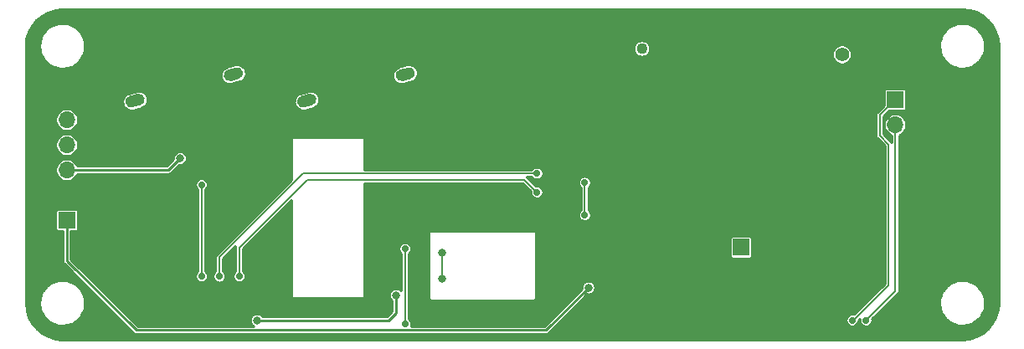
<source format=gbl>
G04 #@! TF.GenerationSoftware,KiCad,Pcbnew,(5.1.9)-1*
G04 #@! TF.CreationDate,2021-03-16T21:00:22+08:00*
G04 #@! TF.ProjectId,mcu,6d63752e-6b69-4636-9164-5f7063625858,v1.0*
G04 #@! TF.SameCoordinates,Original*
G04 #@! TF.FileFunction,Copper,L2,Bot*
G04 #@! TF.FilePolarity,Positive*
%FSLAX46Y46*%
G04 Gerber Fmt 4.6, Leading zero omitted, Abs format (unit mm)*
G04 Created by KiCad (PCBNEW (5.1.9)-1) date 2021-03-16 21:00:22*
%MOMM*%
%LPD*%
G01*
G04 APERTURE LIST*
G04 #@! TA.AperFunction,ComponentPad*
%ADD10C,1.108000*%
G04 #@! TD*
G04 #@! TA.AperFunction,ComponentPad*
%ADD11O,1.400000X1.400000*%
G04 #@! TD*
G04 #@! TA.AperFunction,ComponentPad*
%ADD12C,1.400000*%
G04 #@! TD*
G04 #@! TA.AperFunction,ComponentPad*
%ADD13O,1.700000X1.700000*%
G04 #@! TD*
G04 #@! TA.AperFunction,ComponentPad*
%ADD14R,1.700000X1.700000*%
G04 #@! TD*
G04 #@! TA.AperFunction,ComponentPad*
%ADD15O,1.700000X1.100000*%
G04 #@! TD*
G04 #@! TA.AperFunction,ViaPad*
%ADD16C,0.800000*%
G04 #@! TD*
G04 #@! TA.AperFunction,ViaPad*
%ADD17C,0.700000*%
G04 #@! TD*
G04 #@! TA.AperFunction,Conductor*
%ADD18C,0.254000*%
G04 #@! TD*
G04 #@! TA.AperFunction,Conductor*
%ADD19C,0.203200*%
G04 #@! TD*
G04 #@! TA.AperFunction,Conductor*
%ADD20C,0.100000*%
G04 #@! TD*
G04 APERTURE END LIST*
G04 #@! TA.AperFunction,ComponentPad*
G36*
G01*
X69032593Y-74821101D02*
X69032593Y-74821101D01*
G75*
G02*
X69456857Y-74086255I579555J155291D01*
G01*
X70229597Y-73879199D01*
G75*
G02*
X70964443Y-74303463I155291J-579555D01*
G01*
X70964443Y-74303463D01*
G75*
G02*
X70540179Y-75038309I-579555J-155291D01*
G01*
X69767439Y-75245365D01*
G75*
G02*
X69032593Y-74821101I-155291J579555D01*
G01*
G37*
G04 #@! TD.AperFunction*
G04 #@! TA.AperFunction,ComponentPad*
G36*
G01*
X64058075Y-76154019D02*
X64058075Y-76154019D01*
G75*
G02*
X64482339Y-75419173I579555J155291D01*
G01*
X65255079Y-75212117D01*
G75*
G02*
X65989925Y-75636381I155291J-579555D01*
G01*
X65989925Y-75636381D01*
G75*
G02*
X65565661Y-76371227I-579555J-155291D01*
G01*
X64792921Y-76578283D01*
G75*
G02*
X64058075Y-76154019I-155291J579555D01*
G01*
G37*
G04 #@! TD.AperFunction*
G04 #@! TA.AperFunction,ComponentPad*
G36*
G01*
X59083557Y-77486937D02*
X59083557Y-77486937D01*
G75*
G02*
X59507821Y-76752091I579555J155291D01*
G01*
X60280561Y-76545035D01*
G75*
G02*
X61015407Y-76969299I155291J-579555D01*
G01*
X61015407Y-76969299D01*
G75*
G02*
X60591143Y-77704145I-579555J-155291D01*
G01*
X59818403Y-77911201D01*
G75*
G02*
X59083557Y-77486937I-155291J579555D01*
G01*
G37*
G04 #@! TD.AperFunction*
G04 #@! TA.AperFunction,ComponentPad*
G36*
G01*
X51658993Y-74821101D02*
X51658993Y-74821101D01*
G75*
G02*
X52083257Y-74086255I579555J155291D01*
G01*
X52855997Y-73879199D01*
G75*
G02*
X53590843Y-74303463I155291J-579555D01*
G01*
X53590843Y-74303463D01*
G75*
G02*
X53166579Y-75038309I-579555J-155291D01*
G01*
X52393839Y-75245365D01*
G75*
G02*
X51658993Y-74821101I-155291J579555D01*
G01*
G37*
G04 #@! TD.AperFunction*
G04 #@! TA.AperFunction,ComponentPad*
G36*
G01*
X46684475Y-76154019D02*
X46684475Y-76154019D01*
G75*
G02*
X47108739Y-75419173I579555J155291D01*
G01*
X47881479Y-75212117D01*
G75*
G02*
X48616325Y-75636381I155291J-579555D01*
G01*
X48616325Y-75636381D01*
G75*
G02*
X48192061Y-76371227I-579555J-155291D01*
G01*
X47419321Y-76578283D01*
G75*
G02*
X46684475Y-76154019I-155291J579555D01*
G01*
G37*
G04 #@! TD.AperFunction*
G04 #@! TA.AperFunction,ComponentPad*
G36*
G01*
X41709957Y-77486937D02*
X41709957Y-77486937D01*
G75*
G02*
X42134221Y-76752091I579555J155291D01*
G01*
X42906961Y-76545035D01*
G75*
G02*
X43641807Y-76969299I155291J-579555D01*
G01*
X43641807Y-76969299D01*
G75*
G02*
X43217543Y-77704145I-579555J-155291D01*
G01*
X42444803Y-77911201D01*
G75*
G02*
X41709957Y-77486937I-155291J579555D01*
G01*
G37*
G04 #@! TD.AperFunction*
D10*
X93926920Y-71969760D03*
X92326920Y-71969760D03*
D11*
X116702400Y-72557200D03*
D12*
X114162400Y-72557200D03*
D13*
X119547200Y-79669200D03*
D14*
X119547200Y-77129200D03*
D13*
X103951600Y-94604400D03*
D14*
X103951600Y-92064400D03*
D13*
X35778000Y-79161200D03*
X35778000Y-81701200D03*
X35778000Y-84241200D03*
X35778000Y-86781200D03*
D14*
X35778000Y-89321200D03*
D15*
X126497600Y-83985200D03*
X126497600Y-92625200D03*
X122697600Y-92625200D03*
X122697600Y-83985200D03*
D16*
X95377000Y-83312000D03*
D17*
X108077000Y-72136000D03*
X111252000Y-72136000D03*
X108077000Y-73787000D03*
X111252000Y-73787000D03*
X112249200Y-98236600D03*
X108185200Y-98236600D03*
X100057200Y-98236600D03*
X104121200Y-98236600D03*
X97136200Y-87568600D03*
X109328200Y-87568600D03*
X101200200Y-87568600D03*
X105264200Y-87568600D03*
X89219600Y-81044800D03*
X89219600Y-76980800D03*
X89219600Y-72916800D03*
X56025800Y-69403400D03*
X47897800Y-69403400D03*
X43833800Y-69403400D03*
X51961800Y-69403400D03*
X73551800Y-69149400D03*
X77615800Y-69149400D03*
X69487800Y-69149400D03*
X65423800Y-69149400D03*
X93363800Y-69149400D03*
X85235800Y-69149400D03*
X89299800Y-69149400D03*
X97427800Y-69149400D03*
X110635800Y-69276400D03*
X118763800Y-69276400D03*
X114699800Y-69276400D03*
X106571800Y-69276400D03*
X80155800Y-76769400D03*
X76091800Y-76769400D03*
X84219800Y-76769400D03*
X72027800Y-76769400D03*
X84219800Y-81087400D03*
X72027800Y-81087400D03*
X76091800Y-81087400D03*
X80155800Y-81087400D03*
X80536800Y-88707400D03*
X72408800Y-88707400D03*
X84600800Y-88707400D03*
X76472800Y-88707400D03*
X67752400Y-90913200D03*
X67752400Y-78721200D03*
X67752400Y-86849200D03*
X67752400Y-82785200D03*
X41129200Y-87441600D03*
X41129200Y-91251600D03*
X45193200Y-87441600D03*
X45193200Y-91251600D03*
X85852000Y-92964000D03*
X85852000Y-96647000D03*
X98298000Y-94234000D03*
X93842400Y-91404000D03*
X96520000Y-91440000D03*
X91421200Y-98236600D03*
X95485200Y-98236600D03*
X106426000Y-76073000D03*
X107950000Y-78994000D03*
X110490000Y-81026000D03*
X99822000Y-83693000D03*
X97155000Y-75819000D03*
X122409200Y-76392600D03*
X126473200Y-80202600D03*
X126473200Y-76392600D03*
X122409200Y-80202600D03*
D16*
X88519000Y-96139000D03*
D17*
X88138000Y-88798400D03*
X88138000Y-85496400D03*
D16*
X54991000Y-99441000D03*
X69088000Y-96901000D03*
X73763500Y-92583000D03*
X73763500Y-95226500D03*
D17*
X116586000Y-99441000D03*
X115189000Y-99441000D03*
X69977000Y-92202000D03*
X69977000Y-99822000D03*
D16*
X47244008Y-83058000D03*
D17*
X49403000Y-85725000D03*
X49403000Y-94996000D03*
X83312000Y-86487000D03*
X53213000Y-94996000D03*
X83312000Y-84582000D03*
X51195600Y-95010600D03*
D18*
X84208999Y-100449001D02*
X88519000Y-96139000D01*
X42791001Y-100449001D02*
X84208999Y-100449001D01*
X35778000Y-93436000D02*
X42791001Y-100449001D01*
X35778000Y-89321200D02*
X35778000Y-93436000D01*
D19*
X88138000Y-88798400D02*
X88138000Y-85496400D01*
D18*
X69088000Y-98679000D02*
X69088000Y-96901000D01*
X68326000Y-99441000D02*
X69088000Y-98679000D01*
X54991000Y-99441000D02*
X68326000Y-99441000D01*
D19*
X73763500Y-92583000D02*
X73763500Y-95226500D01*
X119547200Y-96479800D02*
X116586000Y-99441000D01*
X119547200Y-79669200D02*
X119547200Y-96479800D01*
X119547200Y-77129200D02*
X117983000Y-78693400D01*
X117983000Y-78693400D02*
X117983000Y-80772000D01*
X117983000Y-80772000D02*
X118872000Y-81661000D01*
X118872000Y-81661000D02*
X118872000Y-95885000D01*
X115316000Y-99441000D02*
X115189000Y-99441000D01*
X118872000Y-95885000D02*
X115316000Y-99441000D01*
X69977000Y-92202000D02*
X69977000Y-99822000D01*
D18*
X46060808Y-84241200D02*
X47244008Y-83058000D01*
X35778000Y-84241200D02*
X46060808Y-84241200D01*
D19*
X49403000Y-85725000D02*
X49403000Y-94996000D01*
X53213000Y-94996000D02*
X53213000Y-94742000D01*
X53213000Y-92075000D02*
X53213000Y-94996000D01*
X60071000Y-85217000D02*
X53213000Y-92075000D01*
X82042000Y-85217000D02*
X60071000Y-85217000D01*
X83312000Y-86487000D02*
X82042000Y-85217000D01*
X51195600Y-93076400D02*
X51195600Y-95010600D01*
X59690000Y-84582000D02*
X51195600Y-93076400D01*
X83312000Y-84582000D02*
X59690000Y-84582000D01*
D18*
X126305899Y-67995588D02*
X127038800Y-68067449D01*
X127729447Y-68275967D01*
X128366439Y-68614663D01*
X128925517Y-69070635D01*
X129385379Y-69626513D01*
X129728515Y-70261129D01*
X129941850Y-70950301D01*
X130018758Y-71682031D01*
X130018800Y-71694073D01*
X130018801Y-97678816D01*
X129946952Y-98411597D01*
X129738433Y-99102245D01*
X129399738Y-99739239D01*
X128943765Y-100298317D01*
X128387887Y-100758179D01*
X127753269Y-101101316D01*
X127064097Y-101314650D01*
X126332369Y-101391558D01*
X126320327Y-101391600D01*
X35335573Y-101391600D01*
X34602803Y-101319752D01*
X33912155Y-101111233D01*
X33275161Y-100772538D01*
X32716083Y-100316565D01*
X32256221Y-99760687D01*
X31913084Y-99126069D01*
X31699750Y-98436897D01*
X31622842Y-97705169D01*
X31622802Y-97693601D01*
X33018800Y-97693601D01*
X33018829Y-97697818D01*
X33019609Y-97753660D01*
X33021256Y-97768339D01*
X33021462Y-97783106D01*
X33021961Y-97787293D01*
X33070882Y-98174547D01*
X33076939Y-98201206D01*
X33082637Y-98228013D01*
X33083941Y-98232023D01*
X33207148Y-98602399D01*
X33218271Y-98627381D01*
X33229064Y-98652562D01*
X33231121Y-98656243D01*
X33423922Y-98995635D01*
X33439674Y-99017964D01*
X33455164Y-99040587D01*
X33457898Y-99043798D01*
X33712949Y-99339277D01*
X33732720Y-99358104D01*
X33752326Y-99377304D01*
X33755631Y-99379923D01*
X34063216Y-99620235D01*
X34086285Y-99634875D01*
X34109230Y-99649890D01*
X34112981Y-99651817D01*
X34461386Y-99827809D01*
X34486879Y-99837697D01*
X34512283Y-99847961D01*
X34516337Y-99849123D01*
X34892290Y-99954091D01*
X34919213Y-99958838D01*
X34946133Y-99963974D01*
X34950334Y-99964326D01*
X34950336Y-99964326D01*
X35339516Y-99994271D01*
X35366854Y-99993698D01*
X35394252Y-99993507D01*
X35398442Y-99993037D01*
X35786029Y-99946821D01*
X35812754Y-99940945D01*
X35839575Y-99935439D01*
X35843595Y-99934164D01*
X36214821Y-99813544D01*
X36239894Y-99802590D01*
X36265136Y-99791979D01*
X36268832Y-99789947D01*
X36609561Y-99599520D01*
X36632028Y-99583905D01*
X36654728Y-99568594D01*
X36657959Y-99565883D01*
X36955212Y-99312902D01*
X36974180Y-99293260D01*
X36993514Y-99273790D01*
X36996156Y-99270503D01*
X37238609Y-98964602D01*
X37253410Y-98941634D01*
X37268583Y-98918797D01*
X37270537Y-98915060D01*
X37448956Y-98567893D01*
X37458999Y-98542527D01*
X37469464Y-98517137D01*
X37470654Y-98513091D01*
X37578244Y-98137880D01*
X37583180Y-98110986D01*
X37588502Y-98084108D01*
X37588884Y-98079909D01*
X37621546Y-97690947D01*
X37621164Y-97663625D01*
X37621164Y-97636207D01*
X37620723Y-97632013D01*
X37577213Y-97244113D01*
X37571529Y-97217375D01*
X37566206Y-97190490D01*
X37564959Y-97186462D01*
X37446935Y-96814401D01*
X37436178Y-96789304D01*
X37425722Y-96763936D01*
X37423716Y-96760227D01*
X37235671Y-96418176D01*
X37220238Y-96395636D01*
X37205061Y-96372793D01*
X37202372Y-96369544D01*
X36951472Y-96070533D01*
X36931962Y-96051428D01*
X36912630Y-96031960D01*
X36909362Y-96029295D01*
X36605160Y-95784711D01*
X36582316Y-95769763D01*
X36559565Y-95754417D01*
X36555841Y-95752437D01*
X36209928Y-95571599D01*
X36184579Y-95561357D01*
X36159318Y-95550738D01*
X36155280Y-95549519D01*
X35780830Y-95439312D01*
X35753975Y-95434189D01*
X35727130Y-95428679D01*
X35722935Y-95428268D01*
X35722933Y-95428268D01*
X35334207Y-95392892D01*
X35306908Y-95393083D01*
X35279466Y-95392891D01*
X35275269Y-95393303D01*
X34887076Y-95434104D01*
X34860256Y-95439610D01*
X34833377Y-95444737D01*
X34829340Y-95445956D01*
X34456465Y-95561380D01*
X34431266Y-95571973D01*
X34405854Y-95582240D01*
X34402131Y-95584220D01*
X34058776Y-95769871D01*
X34036112Y-95785158D01*
X34013179Y-95800165D01*
X34009911Y-95802830D01*
X33709157Y-96051637D01*
X33689912Y-96071017D01*
X33670313Y-96090210D01*
X33667626Y-96093459D01*
X33420925Y-96395944D01*
X33405809Y-96418696D01*
X33390313Y-96441327D01*
X33388308Y-96445037D01*
X33205058Y-96789678D01*
X33194639Y-96814957D01*
X33183844Y-96840143D01*
X33182597Y-96844172D01*
X33069779Y-97217844D01*
X33064469Y-97244665D01*
X33058772Y-97271467D01*
X33058331Y-97275661D01*
X33020241Y-97664130D01*
X33020241Y-97678901D01*
X33018800Y-97693601D01*
X31622802Y-97693601D01*
X31622800Y-97693127D01*
X31622800Y-88471200D01*
X34649660Y-88471200D01*
X34649660Y-90171200D01*
X34655008Y-90225501D01*
X34670847Y-90277716D01*
X34696569Y-90325837D01*
X34731184Y-90368016D01*
X34773363Y-90402631D01*
X34821484Y-90428353D01*
X34873699Y-90444192D01*
X34928000Y-90449540D01*
X35374000Y-90449540D01*
X35374001Y-93416153D01*
X35372046Y-93436000D01*
X35379847Y-93515197D01*
X35402948Y-93591352D01*
X35440462Y-93661535D01*
X35478300Y-93707642D01*
X35478304Y-93707646D01*
X35490948Y-93723053D01*
X35506355Y-93735697D01*
X42491304Y-100720647D01*
X42503948Y-100736054D01*
X42519355Y-100748698D01*
X42519358Y-100748701D01*
X42565464Y-100786539D01*
X42594109Y-100801850D01*
X42635649Y-100824054D01*
X42711803Y-100847155D01*
X42771161Y-100853001D01*
X42771163Y-100853001D01*
X42791000Y-100854955D01*
X42810838Y-100853001D01*
X84189162Y-100853001D01*
X84208999Y-100854955D01*
X84228836Y-100853001D01*
X84228839Y-100853001D01*
X84288197Y-100847155D01*
X84364351Y-100824054D01*
X84434535Y-100786539D01*
X84496052Y-100736054D01*
X84508701Y-100720641D01*
X85850096Y-99379246D01*
X114562000Y-99379246D01*
X114562000Y-99502754D01*
X114586095Y-99623889D01*
X114633360Y-99737996D01*
X114701977Y-99840689D01*
X114789311Y-99928023D01*
X114892004Y-99996640D01*
X115006111Y-100043905D01*
X115127246Y-100068000D01*
X115250754Y-100068000D01*
X115371889Y-100043905D01*
X115485996Y-99996640D01*
X115588689Y-99928023D01*
X115676023Y-99840689D01*
X115744640Y-99737996D01*
X115791905Y-99623889D01*
X115816000Y-99502754D01*
X115816000Y-99476420D01*
X115970379Y-99322042D01*
X115959000Y-99379246D01*
X115959000Y-99502754D01*
X115983095Y-99623889D01*
X116030360Y-99737996D01*
X116098977Y-99840689D01*
X116186311Y-99928023D01*
X116289004Y-99996640D01*
X116403111Y-100043905D01*
X116524246Y-100068000D01*
X116647754Y-100068000D01*
X116768889Y-100043905D01*
X116882996Y-99996640D01*
X116985689Y-99928023D01*
X117073023Y-99840689D01*
X117141640Y-99737996D01*
X117188905Y-99623889D01*
X117213000Y-99502754D01*
X117213000Y-99379246D01*
X117208052Y-99354369D01*
X118868820Y-97693601D01*
X124018800Y-97693601D01*
X124018829Y-97697818D01*
X124019609Y-97753660D01*
X124021256Y-97768339D01*
X124021462Y-97783106D01*
X124021961Y-97787293D01*
X124070882Y-98174547D01*
X124076939Y-98201206D01*
X124082637Y-98228013D01*
X124083941Y-98232023D01*
X124207148Y-98602399D01*
X124218271Y-98627381D01*
X124229064Y-98652562D01*
X124231121Y-98656243D01*
X124423922Y-98995635D01*
X124439674Y-99017964D01*
X124455164Y-99040587D01*
X124457898Y-99043798D01*
X124712949Y-99339277D01*
X124732720Y-99358104D01*
X124752326Y-99377304D01*
X124755631Y-99379923D01*
X125063216Y-99620235D01*
X125086285Y-99634875D01*
X125109230Y-99649890D01*
X125112981Y-99651817D01*
X125461386Y-99827809D01*
X125486879Y-99837697D01*
X125512283Y-99847961D01*
X125516337Y-99849123D01*
X125892290Y-99954091D01*
X125919213Y-99958838D01*
X125946133Y-99963974D01*
X125950334Y-99964326D01*
X125950336Y-99964326D01*
X126339516Y-99994271D01*
X126366854Y-99993698D01*
X126394252Y-99993507D01*
X126398442Y-99993037D01*
X126786029Y-99946821D01*
X126812754Y-99940945D01*
X126839575Y-99935439D01*
X126843595Y-99934164D01*
X127214821Y-99813544D01*
X127239894Y-99802590D01*
X127265136Y-99791979D01*
X127268832Y-99789947D01*
X127609561Y-99599520D01*
X127632028Y-99583905D01*
X127654728Y-99568594D01*
X127657959Y-99565883D01*
X127955212Y-99312902D01*
X127974180Y-99293260D01*
X127993514Y-99273790D01*
X127996156Y-99270503D01*
X128238609Y-98964602D01*
X128253410Y-98941634D01*
X128268583Y-98918797D01*
X128270537Y-98915060D01*
X128448956Y-98567893D01*
X128458999Y-98542527D01*
X128469464Y-98517137D01*
X128470654Y-98513091D01*
X128578244Y-98137880D01*
X128583180Y-98110986D01*
X128588502Y-98084108D01*
X128588884Y-98079909D01*
X128621546Y-97690947D01*
X128621164Y-97663625D01*
X128621164Y-97636207D01*
X128620723Y-97632013D01*
X128577213Y-97244113D01*
X128571529Y-97217375D01*
X128566206Y-97190490D01*
X128564959Y-97186462D01*
X128446935Y-96814401D01*
X128436178Y-96789304D01*
X128425722Y-96763936D01*
X128423716Y-96760227D01*
X128235671Y-96418176D01*
X128220238Y-96395636D01*
X128205061Y-96372793D01*
X128202372Y-96369544D01*
X127951472Y-96070533D01*
X127931962Y-96051428D01*
X127912630Y-96031960D01*
X127909362Y-96029295D01*
X127605160Y-95784711D01*
X127582316Y-95769763D01*
X127559565Y-95754417D01*
X127555841Y-95752437D01*
X127209928Y-95571599D01*
X127184579Y-95561357D01*
X127159318Y-95550738D01*
X127155280Y-95549519D01*
X126780830Y-95439312D01*
X126753975Y-95434189D01*
X126727130Y-95428679D01*
X126722935Y-95428268D01*
X126722933Y-95428268D01*
X126334207Y-95392892D01*
X126306908Y-95393083D01*
X126279466Y-95392891D01*
X126275269Y-95393303D01*
X125887076Y-95434104D01*
X125860256Y-95439610D01*
X125833377Y-95444737D01*
X125829340Y-95445956D01*
X125456465Y-95561380D01*
X125431266Y-95571973D01*
X125405854Y-95582240D01*
X125402131Y-95584220D01*
X125058776Y-95769871D01*
X125036112Y-95785158D01*
X125013179Y-95800165D01*
X125009911Y-95802830D01*
X124709157Y-96051637D01*
X124689912Y-96071017D01*
X124670313Y-96090210D01*
X124667626Y-96093459D01*
X124420925Y-96395944D01*
X124405809Y-96418696D01*
X124390313Y-96441327D01*
X124388308Y-96445037D01*
X124205058Y-96789678D01*
X124194639Y-96814957D01*
X124183844Y-96840143D01*
X124182597Y-96844172D01*
X124069779Y-97217844D01*
X124064469Y-97244665D01*
X124058772Y-97271467D01*
X124058331Y-97275661D01*
X124020241Y-97664130D01*
X124020241Y-97678901D01*
X124018800Y-97693601D01*
X118868820Y-97693601D01*
X119801766Y-96760655D01*
X119816205Y-96748805D01*
X119863517Y-96691156D01*
X119898672Y-96625385D01*
X119902142Y-96613947D01*
X119920321Y-96554019D01*
X119925361Y-96502846D01*
X119925800Y-96498390D01*
X119925800Y-96498383D01*
X119927630Y-96479801D01*
X119925800Y-96461218D01*
X119925800Y-80732235D01*
X120081035Y-80667934D01*
X120265621Y-80544598D01*
X120422598Y-80387621D01*
X120545934Y-80203035D01*
X120630890Y-79997934D01*
X120674200Y-79780200D01*
X120674200Y-79558200D01*
X120630890Y-79340466D01*
X120545934Y-79135365D01*
X120422598Y-78950779D01*
X120265621Y-78793802D01*
X120081035Y-78670466D01*
X119875934Y-78585510D01*
X119658200Y-78542200D01*
X119436200Y-78542200D01*
X119218466Y-78585510D01*
X119013365Y-78670466D01*
X118828779Y-78793802D01*
X118671802Y-78950779D01*
X118548466Y-79135365D01*
X118463510Y-79340466D01*
X118420200Y-79558200D01*
X118420200Y-79780200D01*
X118463510Y-79997934D01*
X118548466Y-80203035D01*
X118671802Y-80387621D01*
X118828779Y-80544598D01*
X119013365Y-80667934D01*
X119168600Y-80732235D01*
X119168600Y-81425619D01*
X119141005Y-81391995D01*
X119126567Y-81380146D01*
X118361600Y-80615180D01*
X118361600Y-78850220D01*
X118954280Y-78257540D01*
X120397200Y-78257540D01*
X120451501Y-78252192D01*
X120503716Y-78236353D01*
X120551837Y-78210631D01*
X120594016Y-78176016D01*
X120628631Y-78133837D01*
X120654353Y-78085716D01*
X120670192Y-78033501D01*
X120675540Y-77979200D01*
X120675540Y-76279200D01*
X120670192Y-76224899D01*
X120654353Y-76172684D01*
X120628631Y-76124563D01*
X120594016Y-76082384D01*
X120551837Y-76047769D01*
X120503716Y-76022047D01*
X120451501Y-76006208D01*
X120397200Y-76000860D01*
X118697200Y-76000860D01*
X118642899Y-76006208D01*
X118590684Y-76022047D01*
X118542563Y-76047769D01*
X118500384Y-76082384D01*
X118465769Y-76124563D01*
X118440047Y-76172684D01*
X118424208Y-76224899D01*
X118418860Y-76279200D01*
X118418860Y-77722120D01*
X117728439Y-78412541D01*
X117713995Y-78424395D01*
X117698908Y-78442779D01*
X117666684Y-78482044D01*
X117631528Y-78547816D01*
X117620094Y-78585510D01*
X117609879Y-78619183D01*
X117604400Y-78674811D01*
X117604400Y-78674818D01*
X117602570Y-78693400D01*
X117604400Y-78711983D01*
X117604401Y-80753408D01*
X117602570Y-80772000D01*
X117609879Y-80846218D01*
X117631528Y-80917584D01*
X117666684Y-80983356D01*
X117701750Y-81026083D01*
X117713996Y-81041005D01*
X117728435Y-81052855D01*
X118493400Y-81817821D01*
X118493401Y-95728178D01*
X115380089Y-98841491D01*
X115371889Y-98838095D01*
X115250754Y-98814000D01*
X115127246Y-98814000D01*
X115006111Y-98838095D01*
X114892004Y-98885360D01*
X114789311Y-98953977D01*
X114701977Y-99041311D01*
X114633360Y-99144004D01*
X114586095Y-99258111D01*
X114562000Y-99379246D01*
X85850096Y-99379246D01*
X88419810Y-96809533D01*
X88452321Y-96816000D01*
X88585679Y-96816000D01*
X88716474Y-96789984D01*
X88839680Y-96738950D01*
X88950563Y-96664860D01*
X89044860Y-96570563D01*
X89118950Y-96459680D01*
X89169984Y-96336474D01*
X89196000Y-96205679D01*
X89196000Y-96072321D01*
X89169984Y-95941526D01*
X89118950Y-95818320D01*
X89044860Y-95707437D01*
X88950563Y-95613140D01*
X88839680Y-95539050D01*
X88716474Y-95488016D01*
X88585679Y-95462000D01*
X88452321Y-95462000D01*
X88321526Y-95488016D01*
X88198320Y-95539050D01*
X88087437Y-95613140D01*
X87993140Y-95707437D01*
X87919050Y-95818320D01*
X87868016Y-95941526D01*
X87842000Y-96072321D01*
X87842000Y-96205679D01*
X87848467Y-96238190D01*
X84041657Y-100045001D01*
X70563290Y-100045001D01*
X70579905Y-100004889D01*
X70604000Y-99883754D01*
X70604000Y-99760246D01*
X70579905Y-99639111D01*
X70532640Y-99525004D01*
X70464023Y-99422311D01*
X70376689Y-99334977D01*
X70355600Y-99320886D01*
X70355600Y-92703114D01*
X70376689Y-92689023D01*
X70464023Y-92601689D01*
X70532640Y-92498996D01*
X70579905Y-92384889D01*
X70604000Y-92263754D01*
X70604000Y-92140246D01*
X70579905Y-92019111D01*
X70532640Y-91905004D01*
X70464023Y-91802311D01*
X70376689Y-91714977D01*
X70273996Y-91646360D01*
X70159889Y-91599095D01*
X70038754Y-91575000D01*
X69915246Y-91575000D01*
X69794111Y-91599095D01*
X69680004Y-91646360D01*
X69577311Y-91714977D01*
X69489977Y-91802311D01*
X69421360Y-91905004D01*
X69374095Y-92019111D01*
X69350000Y-92140246D01*
X69350000Y-92263754D01*
X69374095Y-92384889D01*
X69421360Y-92498996D01*
X69489977Y-92601689D01*
X69577311Y-92689023D01*
X69598400Y-92703114D01*
X69598401Y-96453978D01*
X69519563Y-96375140D01*
X69408680Y-96301050D01*
X69285474Y-96250016D01*
X69154679Y-96224000D01*
X69021321Y-96224000D01*
X68890526Y-96250016D01*
X68767320Y-96301050D01*
X68656437Y-96375140D01*
X68562140Y-96469437D01*
X68488050Y-96580320D01*
X68437016Y-96703526D01*
X68411000Y-96834321D01*
X68411000Y-96967679D01*
X68437016Y-97098474D01*
X68488050Y-97221680D01*
X68562140Y-97332563D01*
X68656437Y-97426860D01*
X68684001Y-97445278D01*
X68684000Y-98511658D01*
X68158658Y-99037000D01*
X55535277Y-99037000D01*
X55516860Y-99009437D01*
X55422563Y-98915140D01*
X55311680Y-98841050D01*
X55188474Y-98790016D01*
X55057679Y-98764000D01*
X54924321Y-98764000D01*
X54793526Y-98790016D01*
X54670320Y-98841050D01*
X54559437Y-98915140D01*
X54465140Y-99009437D01*
X54391050Y-99120320D01*
X54340016Y-99243526D01*
X54314000Y-99374321D01*
X54314000Y-99507679D01*
X54340016Y-99638474D01*
X54391050Y-99761680D01*
X54465140Y-99872563D01*
X54559437Y-99966860D01*
X54670320Y-100040950D01*
X54680100Y-100045001D01*
X42958344Y-100045001D01*
X36182000Y-93268658D01*
X36182000Y-90449540D01*
X36628000Y-90449540D01*
X36682301Y-90444192D01*
X36734516Y-90428353D01*
X36782637Y-90402631D01*
X36824816Y-90368016D01*
X36859431Y-90325837D01*
X36885153Y-90277716D01*
X36900992Y-90225501D01*
X36906340Y-90171200D01*
X36906340Y-88471200D01*
X36900992Y-88416899D01*
X36885153Y-88364684D01*
X36859431Y-88316563D01*
X36824816Y-88274384D01*
X36782637Y-88239769D01*
X36734516Y-88214047D01*
X36682301Y-88198208D01*
X36628000Y-88192860D01*
X34928000Y-88192860D01*
X34873699Y-88198208D01*
X34821484Y-88214047D01*
X34773363Y-88239769D01*
X34731184Y-88274384D01*
X34696569Y-88316563D01*
X34670847Y-88364684D01*
X34655008Y-88416899D01*
X34649660Y-88471200D01*
X31622800Y-88471200D01*
X31622800Y-85663246D01*
X48776000Y-85663246D01*
X48776000Y-85786754D01*
X48800095Y-85907889D01*
X48847360Y-86021996D01*
X48915977Y-86124689D01*
X49003311Y-86212023D01*
X49024400Y-86226114D01*
X49024401Y-94494885D01*
X49003311Y-94508977D01*
X48915977Y-94596311D01*
X48847360Y-94699004D01*
X48800095Y-94813111D01*
X48776000Y-94934246D01*
X48776000Y-95057754D01*
X48800095Y-95178889D01*
X48847360Y-95292996D01*
X48915977Y-95395689D01*
X49003311Y-95483023D01*
X49106004Y-95551640D01*
X49220111Y-95598905D01*
X49341246Y-95623000D01*
X49464754Y-95623000D01*
X49585889Y-95598905D01*
X49699996Y-95551640D01*
X49802689Y-95483023D01*
X49890023Y-95395689D01*
X49958640Y-95292996D01*
X50005905Y-95178889D01*
X50030000Y-95057754D01*
X50030000Y-94948846D01*
X50568600Y-94948846D01*
X50568600Y-95072354D01*
X50592695Y-95193489D01*
X50639960Y-95307596D01*
X50708577Y-95410289D01*
X50795911Y-95497623D01*
X50898604Y-95566240D01*
X51012711Y-95613505D01*
X51133846Y-95637600D01*
X51257354Y-95637600D01*
X51378489Y-95613505D01*
X51492596Y-95566240D01*
X51595289Y-95497623D01*
X51682623Y-95410289D01*
X51751240Y-95307596D01*
X51798505Y-95193489D01*
X51822600Y-95072354D01*
X51822600Y-94948846D01*
X51798505Y-94827711D01*
X51751240Y-94713604D01*
X51682623Y-94610911D01*
X51595289Y-94523577D01*
X51574200Y-94509486D01*
X51574200Y-93233220D01*
X52854354Y-91953067D01*
X52842955Y-91990644D01*
X52839879Y-92000783D01*
X52834400Y-92056411D01*
X52834400Y-92056415D01*
X52832570Y-92075000D01*
X52834400Y-92093583D01*
X52834401Y-94494885D01*
X52813311Y-94508977D01*
X52725977Y-94596311D01*
X52657360Y-94699004D01*
X52610095Y-94813111D01*
X52586000Y-94934246D01*
X52586000Y-95057754D01*
X52610095Y-95178889D01*
X52657360Y-95292996D01*
X52725977Y-95395689D01*
X52813311Y-95483023D01*
X52916004Y-95551640D01*
X53030111Y-95598905D01*
X53151246Y-95623000D01*
X53274754Y-95623000D01*
X53395889Y-95598905D01*
X53509996Y-95551640D01*
X53612689Y-95483023D01*
X53700023Y-95395689D01*
X53768640Y-95292996D01*
X53815905Y-95178889D01*
X53840000Y-95057754D01*
X53840000Y-94934246D01*
X53815905Y-94813111D01*
X53768640Y-94699004D01*
X53700023Y-94596311D01*
X53612689Y-94508977D01*
X53591600Y-94494886D01*
X53591600Y-92231820D01*
X58496200Y-87327221D01*
X58496200Y-97076684D01*
X58498640Y-97101460D01*
X58505867Y-97125285D01*
X58517603Y-97147241D01*
X58533397Y-97166487D01*
X58552643Y-97182281D01*
X58574599Y-97194017D01*
X58598424Y-97201244D01*
X58623200Y-97203684D01*
X65735200Y-97203684D01*
X65759976Y-97201244D01*
X65783801Y-97194017D01*
X65805757Y-97182281D01*
X65825003Y-97166487D01*
X65840797Y-97147241D01*
X65852533Y-97125285D01*
X65859760Y-97101460D01*
X65862200Y-97076684D01*
X65862200Y-90551000D01*
X72390000Y-90551000D01*
X72390000Y-97282000D01*
X72392440Y-97306776D01*
X72399667Y-97330601D01*
X72411403Y-97352557D01*
X72427197Y-97371803D01*
X72446443Y-97387597D01*
X72468399Y-97399333D01*
X72492224Y-97406560D01*
X72517000Y-97409000D01*
X83058000Y-97409000D01*
X83082776Y-97406560D01*
X83106601Y-97399333D01*
X83128557Y-97387597D01*
X83147803Y-97371803D01*
X83163597Y-97352557D01*
X83175333Y-97330601D01*
X83182560Y-97306776D01*
X83185000Y-97282000D01*
X83185000Y-91214400D01*
X102823260Y-91214400D01*
X102823260Y-92914400D01*
X102828608Y-92968701D01*
X102844447Y-93020916D01*
X102870169Y-93069037D01*
X102904784Y-93111216D01*
X102946963Y-93145831D01*
X102995084Y-93171553D01*
X103047299Y-93187392D01*
X103101600Y-93192740D01*
X104801600Y-93192740D01*
X104855901Y-93187392D01*
X104908116Y-93171553D01*
X104956237Y-93145831D01*
X104998416Y-93111216D01*
X105033031Y-93069037D01*
X105058753Y-93020916D01*
X105074592Y-92968701D01*
X105079940Y-92914400D01*
X105079940Y-91214400D01*
X105074592Y-91160099D01*
X105058753Y-91107884D01*
X105033031Y-91059763D01*
X104998416Y-91017584D01*
X104956237Y-90982969D01*
X104908116Y-90957247D01*
X104855901Y-90941408D01*
X104801600Y-90936060D01*
X103101600Y-90936060D01*
X103047299Y-90941408D01*
X102995084Y-90957247D01*
X102946963Y-90982969D01*
X102904784Y-91017584D01*
X102870169Y-91059763D01*
X102844447Y-91107884D01*
X102828608Y-91160099D01*
X102823260Y-91214400D01*
X83185000Y-91214400D01*
X83185000Y-90551000D01*
X83182560Y-90526224D01*
X83175333Y-90502399D01*
X83163597Y-90480443D01*
X83147803Y-90461197D01*
X83128557Y-90445403D01*
X83106601Y-90433667D01*
X83082776Y-90426440D01*
X83058000Y-90424000D01*
X72517000Y-90424000D01*
X72492224Y-90426440D01*
X72468399Y-90433667D01*
X72446443Y-90445403D01*
X72427197Y-90461197D01*
X72411403Y-90480443D01*
X72399667Y-90502399D01*
X72392440Y-90526224D01*
X72390000Y-90551000D01*
X65862200Y-90551000D01*
X65862200Y-85595600D01*
X81885180Y-85595600D01*
X82689948Y-86400369D01*
X82685000Y-86425246D01*
X82685000Y-86548754D01*
X82709095Y-86669889D01*
X82756360Y-86783996D01*
X82824977Y-86886689D01*
X82912311Y-86974023D01*
X83015004Y-87042640D01*
X83129111Y-87089905D01*
X83250246Y-87114000D01*
X83373754Y-87114000D01*
X83494889Y-87089905D01*
X83608996Y-87042640D01*
X83711689Y-86974023D01*
X83799023Y-86886689D01*
X83867640Y-86783996D01*
X83914905Y-86669889D01*
X83939000Y-86548754D01*
X83939000Y-86425246D01*
X83914905Y-86304111D01*
X83867640Y-86190004D01*
X83799023Y-86087311D01*
X83711689Y-85999977D01*
X83608996Y-85931360D01*
X83494889Y-85884095D01*
X83373754Y-85860000D01*
X83250246Y-85860000D01*
X83225369Y-85864948D01*
X82795067Y-85434646D01*
X87511000Y-85434646D01*
X87511000Y-85558154D01*
X87535095Y-85679289D01*
X87582360Y-85793396D01*
X87650977Y-85896089D01*
X87738311Y-85983423D01*
X87759401Y-85997515D01*
X87759400Y-88297286D01*
X87738311Y-88311377D01*
X87650977Y-88398711D01*
X87582360Y-88501404D01*
X87535095Y-88615511D01*
X87511000Y-88736646D01*
X87511000Y-88860154D01*
X87535095Y-88981289D01*
X87582360Y-89095396D01*
X87650977Y-89198089D01*
X87738311Y-89285423D01*
X87841004Y-89354040D01*
X87955111Y-89401305D01*
X88076246Y-89425400D01*
X88199754Y-89425400D01*
X88320889Y-89401305D01*
X88434996Y-89354040D01*
X88537689Y-89285423D01*
X88625023Y-89198089D01*
X88693640Y-89095396D01*
X88740905Y-88981289D01*
X88765000Y-88860154D01*
X88765000Y-88736646D01*
X88740905Y-88615511D01*
X88693640Y-88501404D01*
X88625023Y-88398711D01*
X88537689Y-88311377D01*
X88516600Y-88297286D01*
X88516600Y-85997514D01*
X88537689Y-85983423D01*
X88625023Y-85896089D01*
X88693640Y-85793396D01*
X88740905Y-85679289D01*
X88765000Y-85558154D01*
X88765000Y-85434646D01*
X88740905Y-85313511D01*
X88693640Y-85199404D01*
X88625023Y-85096711D01*
X88537689Y-85009377D01*
X88434996Y-84940760D01*
X88320889Y-84893495D01*
X88199754Y-84869400D01*
X88076246Y-84869400D01*
X87955111Y-84893495D01*
X87841004Y-84940760D01*
X87738311Y-85009377D01*
X87650977Y-85096711D01*
X87582360Y-85199404D01*
X87535095Y-85313511D01*
X87511000Y-85434646D01*
X82795067Y-85434646D01*
X82322859Y-84962439D01*
X82321350Y-84960600D01*
X82810886Y-84960600D01*
X82824977Y-84981689D01*
X82912311Y-85069023D01*
X83015004Y-85137640D01*
X83129111Y-85184905D01*
X83250246Y-85209000D01*
X83373754Y-85209000D01*
X83494889Y-85184905D01*
X83608996Y-85137640D01*
X83711689Y-85069023D01*
X83799023Y-84981689D01*
X83867640Y-84878996D01*
X83914905Y-84764889D01*
X83939000Y-84643754D01*
X83939000Y-84520246D01*
X83914905Y-84399111D01*
X83867640Y-84285004D01*
X83799023Y-84182311D01*
X83711689Y-84094977D01*
X83608996Y-84026360D01*
X83494889Y-83979095D01*
X83373754Y-83955000D01*
X83250246Y-83955000D01*
X83129111Y-83979095D01*
X83015004Y-84026360D01*
X82912311Y-84094977D01*
X82824977Y-84182311D01*
X82810886Y-84203400D01*
X65862200Y-84203400D01*
X65862200Y-81074684D01*
X65859760Y-81049908D01*
X65852533Y-81026083D01*
X65840797Y-81004127D01*
X65825003Y-80984881D01*
X65805757Y-80969087D01*
X65783801Y-80957351D01*
X65759976Y-80950124D01*
X65735200Y-80947684D01*
X58623200Y-80947684D01*
X58598424Y-80950124D01*
X58574599Y-80957351D01*
X58552643Y-80969087D01*
X58533397Y-80984881D01*
X58517603Y-81004127D01*
X58505867Y-81026083D01*
X58498640Y-81049908D01*
X58496200Y-81074684D01*
X58496200Y-85240379D01*
X50941039Y-92795541D01*
X50926595Y-92807395D01*
X50879283Y-92865045D01*
X50844128Y-92930816D01*
X50822479Y-93002183D01*
X50817000Y-93057811D01*
X50817000Y-93057818D01*
X50815170Y-93076400D01*
X50817000Y-93094983D01*
X50817001Y-94509485D01*
X50795911Y-94523577D01*
X50708577Y-94610911D01*
X50639960Y-94713604D01*
X50592695Y-94827711D01*
X50568600Y-94948846D01*
X50030000Y-94948846D01*
X50030000Y-94934246D01*
X50005905Y-94813111D01*
X49958640Y-94699004D01*
X49890023Y-94596311D01*
X49802689Y-94508977D01*
X49781600Y-94494886D01*
X49781600Y-86226114D01*
X49802689Y-86212023D01*
X49890023Y-86124689D01*
X49958640Y-86021996D01*
X50005905Y-85907889D01*
X50030000Y-85786754D01*
X50030000Y-85663246D01*
X50005905Y-85542111D01*
X49958640Y-85428004D01*
X49890023Y-85325311D01*
X49802689Y-85237977D01*
X49699996Y-85169360D01*
X49585889Y-85122095D01*
X49464754Y-85098000D01*
X49341246Y-85098000D01*
X49220111Y-85122095D01*
X49106004Y-85169360D01*
X49003311Y-85237977D01*
X48915977Y-85325311D01*
X48847360Y-85428004D01*
X48800095Y-85542111D01*
X48776000Y-85663246D01*
X31622800Y-85663246D01*
X31622800Y-84130200D01*
X34651000Y-84130200D01*
X34651000Y-84352200D01*
X34694310Y-84569934D01*
X34779266Y-84775035D01*
X34902602Y-84959621D01*
X35059579Y-85116598D01*
X35244165Y-85239934D01*
X35449266Y-85324890D01*
X35667000Y-85368200D01*
X35889000Y-85368200D01*
X36106734Y-85324890D01*
X36311835Y-85239934D01*
X36496421Y-85116598D01*
X36653398Y-84959621D01*
X36776734Y-84775035D01*
X36830514Y-84645200D01*
X46040971Y-84645200D01*
X46060808Y-84647154D01*
X46080645Y-84645200D01*
X46080648Y-84645200D01*
X46140006Y-84639354D01*
X46216160Y-84616253D01*
X46286344Y-84578738D01*
X46347861Y-84528253D01*
X46360510Y-84512840D01*
X47144817Y-83728533D01*
X47177329Y-83735000D01*
X47310687Y-83735000D01*
X47441482Y-83708984D01*
X47564688Y-83657950D01*
X47675571Y-83583860D01*
X47769868Y-83489563D01*
X47843958Y-83378680D01*
X47894992Y-83255474D01*
X47921008Y-83124679D01*
X47921008Y-82991321D01*
X47894992Y-82860526D01*
X47843958Y-82737320D01*
X47769868Y-82626437D01*
X47675571Y-82532140D01*
X47564688Y-82458050D01*
X47441482Y-82407016D01*
X47310687Y-82381000D01*
X47177329Y-82381000D01*
X47046534Y-82407016D01*
X46923328Y-82458050D01*
X46812445Y-82532140D01*
X46718148Y-82626437D01*
X46644058Y-82737320D01*
X46593024Y-82860526D01*
X46567008Y-82991321D01*
X46567008Y-83124679D01*
X46573475Y-83157191D01*
X45893466Y-83837200D01*
X36830514Y-83837200D01*
X36776734Y-83707365D01*
X36653398Y-83522779D01*
X36496421Y-83365802D01*
X36311835Y-83242466D01*
X36106734Y-83157510D01*
X35889000Y-83114200D01*
X35667000Y-83114200D01*
X35449266Y-83157510D01*
X35244165Y-83242466D01*
X35059579Y-83365802D01*
X34902602Y-83522779D01*
X34779266Y-83707365D01*
X34694310Y-83912466D01*
X34651000Y-84130200D01*
X31622800Y-84130200D01*
X31622800Y-81590200D01*
X34651000Y-81590200D01*
X34651000Y-81812200D01*
X34694310Y-82029934D01*
X34779266Y-82235035D01*
X34902602Y-82419621D01*
X35059579Y-82576598D01*
X35244165Y-82699934D01*
X35449266Y-82784890D01*
X35667000Y-82828200D01*
X35889000Y-82828200D01*
X36106734Y-82784890D01*
X36311835Y-82699934D01*
X36496421Y-82576598D01*
X36653398Y-82419621D01*
X36776734Y-82235035D01*
X36861690Y-82029934D01*
X36905000Y-81812200D01*
X36905000Y-81590200D01*
X36861690Y-81372466D01*
X36776734Y-81167365D01*
X36653398Y-80982779D01*
X36496421Y-80825802D01*
X36311835Y-80702466D01*
X36106734Y-80617510D01*
X35889000Y-80574200D01*
X35667000Y-80574200D01*
X35449266Y-80617510D01*
X35244165Y-80702466D01*
X35059579Y-80825802D01*
X34902602Y-80982779D01*
X34779266Y-81167365D01*
X34694310Y-81372466D01*
X34651000Y-81590200D01*
X31622800Y-81590200D01*
X31622800Y-79050200D01*
X34651000Y-79050200D01*
X34651000Y-79272200D01*
X34694310Y-79489934D01*
X34779266Y-79695035D01*
X34902602Y-79879621D01*
X35059579Y-80036598D01*
X35244165Y-80159934D01*
X35449266Y-80244890D01*
X35667000Y-80288200D01*
X35889000Y-80288200D01*
X36106734Y-80244890D01*
X36311835Y-80159934D01*
X36496421Y-80036598D01*
X36653398Y-79879621D01*
X36776734Y-79695035D01*
X36861690Y-79489934D01*
X36905000Y-79272200D01*
X36905000Y-79050200D01*
X36861690Y-78832466D01*
X36776734Y-78627365D01*
X36653398Y-78442779D01*
X36496421Y-78285802D01*
X36311835Y-78162466D01*
X36106734Y-78077510D01*
X35889000Y-78034200D01*
X35667000Y-78034200D01*
X35449266Y-78077510D01*
X35244165Y-78162466D01*
X35059579Y-78285802D01*
X34902602Y-78442779D01*
X34779266Y-78627365D01*
X34694310Y-78832466D01*
X34651000Y-79050200D01*
X31622800Y-79050200D01*
X31622800Y-77389282D01*
X41410157Y-77389282D01*
X41438297Y-77559729D01*
X41499150Y-77721410D01*
X41590376Y-77868113D01*
X41708469Y-77994199D01*
X41848892Y-78094825D01*
X42006248Y-78166121D01*
X42174488Y-78205349D01*
X42347148Y-78211001D01*
X42474886Y-78189912D01*
X43330848Y-77960556D01*
X43452017Y-77914952D01*
X43598719Y-77823726D01*
X43724806Y-77705633D01*
X43825431Y-77565210D01*
X43896728Y-77407854D01*
X43901058Y-77389282D01*
X58783757Y-77389282D01*
X58811897Y-77559729D01*
X58872750Y-77721410D01*
X58963976Y-77868113D01*
X59082069Y-77994199D01*
X59222492Y-78094825D01*
X59379848Y-78166121D01*
X59548088Y-78205349D01*
X59720748Y-78211001D01*
X59848486Y-78189912D01*
X60704448Y-77960556D01*
X60825617Y-77914952D01*
X60972319Y-77823726D01*
X61098406Y-77705633D01*
X61199031Y-77565210D01*
X61270328Y-77407854D01*
X61309556Y-77239615D01*
X61315208Y-77066953D01*
X61287067Y-76896507D01*
X61226214Y-76734826D01*
X61134988Y-76588123D01*
X61016895Y-76462036D01*
X60876473Y-76361411D01*
X60719117Y-76290114D01*
X60550876Y-76250887D01*
X60378215Y-76245234D01*
X60250478Y-76266324D01*
X59394516Y-76495680D01*
X59273348Y-76541284D01*
X59126645Y-76632510D01*
X59000559Y-76750603D01*
X58899933Y-76891026D01*
X58828637Y-77048382D01*
X58789409Y-77216622D01*
X58783757Y-77389282D01*
X43901058Y-77389282D01*
X43935956Y-77239615D01*
X43941608Y-77066953D01*
X43913467Y-76896507D01*
X43852614Y-76734826D01*
X43761388Y-76588123D01*
X43643295Y-76462036D01*
X43502873Y-76361411D01*
X43345517Y-76290114D01*
X43177276Y-76250887D01*
X43004615Y-76245234D01*
X42876878Y-76266324D01*
X42020916Y-76495680D01*
X41899748Y-76541284D01*
X41753045Y-76632510D01*
X41626959Y-76750603D01*
X41526333Y-76891026D01*
X41455037Y-77048382D01*
X41415809Y-77216622D01*
X41410157Y-77389282D01*
X31622800Y-77389282D01*
X31622800Y-74723446D01*
X51359193Y-74723446D01*
X51387333Y-74893893D01*
X51448186Y-75055574D01*
X51539412Y-75202277D01*
X51657505Y-75328363D01*
X51797928Y-75428989D01*
X51955284Y-75500285D01*
X52123524Y-75539513D01*
X52296184Y-75545165D01*
X52423922Y-75524076D01*
X53279884Y-75294720D01*
X53401053Y-75249116D01*
X53547755Y-75157890D01*
X53673842Y-75039797D01*
X53774467Y-74899374D01*
X53845764Y-74742018D01*
X53850094Y-74723446D01*
X68732793Y-74723446D01*
X68760933Y-74893893D01*
X68821786Y-75055574D01*
X68913012Y-75202277D01*
X69031105Y-75328363D01*
X69171528Y-75428989D01*
X69328884Y-75500285D01*
X69497124Y-75539513D01*
X69669784Y-75545165D01*
X69797522Y-75524076D01*
X70653484Y-75294720D01*
X70774653Y-75249116D01*
X70921355Y-75157890D01*
X71047442Y-75039797D01*
X71148067Y-74899374D01*
X71219364Y-74742018D01*
X71258592Y-74573779D01*
X71264244Y-74401117D01*
X71236103Y-74230671D01*
X71175250Y-74068990D01*
X71084024Y-73922287D01*
X70965931Y-73796200D01*
X70825509Y-73695575D01*
X70668153Y-73624278D01*
X70499912Y-73585051D01*
X70327251Y-73579398D01*
X70199514Y-73600488D01*
X69343552Y-73829844D01*
X69222384Y-73875448D01*
X69075681Y-73966674D01*
X68949595Y-74084767D01*
X68848969Y-74225190D01*
X68777673Y-74382546D01*
X68738445Y-74550786D01*
X68732793Y-74723446D01*
X53850094Y-74723446D01*
X53884992Y-74573779D01*
X53890644Y-74401117D01*
X53862503Y-74230671D01*
X53801650Y-74068990D01*
X53710424Y-73922287D01*
X53592331Y-73796200D01*
X53451909Y-73695575D01*
X53294553Y-73624278D01*
X53126312Y-73585051D01*
X52953651Y-73579398D01*
X52825914Y-73600488D01*
X51969952Y-73829844D01*
X51848784Y-73875448D01*
X51702081Y-73966674D01*
X51575995Y-74084767D01*
X51475369Y-74225190D01*
X51404073Y-74382546D01*
X51364845Y-74550786D01*
X51359193Y-74723446D01*
X31622800Y-74723446D01*
X31622800Y-71708373D01*
X31624248Y-71693601D01*
X33018800Y-71693601D01*
X33018829Y-71697818D01*
X33019609Y-71753660D01*
X33021256Y-71768339D01*
X33021462Y-71783106D01*
X33021961Y-71787293D01*
X33070882Y-72174547D01*
X33076939Y-72201206D01*
X33082637Y-72228013D01*
X33083941Y-72232023D01*
X33207148Y-72602399D01*
X33218271Y-72627381D01*
X33229064Y-72652562D01*
X33231121Y-72656243D01*
X33423922Y-72995635D01*
X33439674Y-73017964D01*
X33455164Y-73040587D01*
X33457898Y-73043798D01*
X33712949Y-73339277D01*
X33732720Y-73358104D01*
X33752326Y-73377304D01*
X33755631Y-73379923D01*
X34063216Y-73620235D01*
X34086285Y-73634875D01*
X34109230Y-73649890D01*
X34112981Y-73651817D01*
X34461386Y-73827809D01*
X34486879Y-73837697D01*
X34512283Y-73847961D01*
X34516337Y-73849123D01*
X34892290Y-73954091D01*
X34919213Y-73958838D01*
X34946133Y-73963974D01*
X34950334Y-73964326D01*
X34950336Y-73964326D01*
X35339516Y-73994271D01*
X35366854Y-73993698D01*
X35394252Y-73993507D01*
X35398442Y-73993037D01*
X35786029Y-73946821D01*
X35812754Y-73940945D01*
X35839575Y-73935439D01*
X35843595Y-73934164D01*
X36214821Y-73813544D01*
X36239894Y-73802590D01*
X36265136Y-73791979D01*
X36268832Y-73789947D01*
X36609561Y-73599520D01*
X36632028Y-73583905D01*
X36654728Y-73568594D01*
X36657959Y-73565883D01*
X36955212Y-73312902D01*
X36974180Y-73293260D01*
X36993514Y-73273790D01*
X36996156Y-73270503D01*
X37238609Y-72964602D01*
X37253410Y-72941634D01*
X37268583Y-72918797D01*
X37270537Y-72915060D01*
X37448956Y-72567893D01*
X37458999Y-72542527D01*
X37469464Y-72517137D01*
X37470654Y-72513091D01*
X37578244Y-72137880D01*
X37583180Y-72110986D01*
X37588502Y-72084108D01*
X37588884Y-72079909D01*
X37605006Y-71887914D01*
X93095920Y-71887914D01*
X93095920Y-72051606D01*
X93127855Y-72212154D01*
X93190497Y-72363386D01*
X93281440Y-72499492D01*
X93397188Y-72615240D01*
X93533294Y-72706183D01*
X93684526Y-72768825D01*
X93845074Y-72800760D01*
X94008766Y-72800760D01*
X94169314Y-72768825D01*
X94320546Y-72706183D01*
X94456652Y-72615240D01*
X94572400Y-72499492D01*
X94598136Y-72460974D01*
X113185400Y-72460974D01*
X113185400Y-72653426D01*
X113222946Y-72842180D01*
X113296594Y-73019983D01*
X113403515Y-73180001D01*
X113539599Y-73316085D01*
X113699617Y-73423006D01*
X113877420Y-73496654D01*
X114066174Y-73534200D01*
X114258626Y-73534200D01*
X114447380Y-73496654D01*
X114625183Y-73423006D01*
X114785201Y-73316085D01*
X114921285Y-73180001D01*
X115028206Y-73019983D01*
X115101854Y-72842180D01*
X115139400Y-72653426D01*
X115139400Y-72460974D01*
X115101854Y-72272220D01*
X115028206Y-72094417D01*
X114921285Y-71934399D01*
X114785201Y-71798315D01*
X114628486Y-71693601D01*
X124018800Y-71693601D01*
X124018829Y-71697818D01*
X124019609Y-71753660D01*
X124021256Y-71768339D01*
X124021462Y-71783106D01*
X124021961Y-71787293D01*
X124070882Y-72174547D01*
X124076939Y-72201206D01*
X124082637Y-72228013D01*
X124083941Y-72232023D01*
X124207148Y-72602399D01*
X124218271Y-72627381D01*
X124229064Y-72652562D01*
X124231121Y-72656243D01*
X124423922Y-72995635D01*
X124439674Y-73017964D01*
X124455164Y-73040587D01*
X124457898Y-73043798D01*
X124712949Y-73339277D01*
X124732720Y-73358104D01*
X124752326Y-73377304D01*
X124755631Y-73379923D01*
X125063216Y-73620235D01*
X125086285Y-73634875D01*
X125109230Y-73649890D01*
X125112981Y-73651817D01*
X125461386Y-73827809D01*
X125486879Y-73837697D01*
X125512283Y-73847961D01*
X125516337Y-73849123D01*
X125892290Y-73954091D01*
X125919213Y-73958838D01*
X125946133Y-73963974D01*
X125950334Y-73964326D01*
X125950336Y-73964326D01*
X126339516Y-73994271D01*
X126366854Y-73993698D01*
X126394252Y-73993507D01*
X126398442Y-73993037D01*
X126786029Y-73946821D01*
X126812754Y-73940945D01*
X126839575Y-73935439D01*
X126843595Y-73934164D01*
X127214821Y-73813544D01*
X127239894Y-73802590D01*
X127265136Y-73791979D01*
X127268832Y-73789947D01*
X127609561Y-73599520D01*
X127632028Y-73583905D01*
X127654728Y-73568594D01*
X127657959Y-73565883D01*
X127955212Y-73312902D01*
X127974180Y-73293260D01*
X127993514Y-73273790D01*
X127996156Y-73270503D01*
X128238609Y-72964602D01*
X128253410Y-72941634D01*
X128268583Y-72918797D01*
X128270537Y-72915060D01*
X128448956Y-72567893D01*
X128458999Y-72542527D01*
X128469464Y-72517137D01*
X128470654Y-72513091D01*
X128578244Y-72137880D01*
X128583180Y-72110986D01*
X128588502Y-72084108D01*
X128588884Y-72079909D01*
X128621546Y-71690947D01*
X128621164Y-71663625D01*
X128621164Y-71636207D01*
X128620723Y-71632013D01*
X128577213Y-71244113D01*
X128571529Y-71217375D01*
X128566206Y-71190490D01*
X128564959Y-71186462D01*
X128446935Y-70814401D01*
X128436178Y-70789304D01*
X128425722Y-70763936D01*
X128423716Y-70760227D01*
X128235671Y-70418176D01*
X128220238Y-70395636D01*
X128205061Y-70372793D01*
X128202372Y-70369544D01*
X127951472Y-70070533D01*
X127931962Y-70051428D01*
X127912630Y-70031960D01*
X127909362Y-70029295D01*
X127605160Y-69784711D01*
X127582316Y-69769763D01*
X127559565Y-69754417D01*
X127555841Y-69752437D01*
X127209928Y-69571599D01*
X127184579Y-69561357D01*
X127159318Y-69550738D01*
X127155280Y-69549519D01*
X126780830Y-69439312D01*
X126753975Y-69434189D01*
X126727130Y-69428679D01*
X126722935Y-69428268D01*
X126722933Y-69428268D01*
X126334207Y-69392892D01*
X126306908Y-69393083D01*
X126279466Y-69392891D01*
X126275269Y-69393303D01*
X125887076Y-69434104D01*
X125860256Y-69439610D01*
X125833377Y-69444737D01*
X125829340Y-69445956D01*
X125456465Y-69561380D01*
X125431266Y-69571973D01*
X125405854Y-69582240D01*
X125402131Y-69584220D01*
X125058776Y-69769871D01*
X125036112Y-69785158D01*
X125013179Y-69800165D01*
X125009911Y-69802830D01*
X124709157Y-70051637D01*
X124689912Y-70071017D01*
X124670313Y-70090210D01*
X124667626Y-70093459D01*
X124420925Y-70395944D01*
X124405809Y-70418696D01*
X124390313Y-70441327D01*
X124388308Y-70445037D01*
X124205058Y-70789678D01*
X124194639Y-70814957D01*
X124183844Y-70840143D01*
X124182597Y-70844172D01*
X124069779Y-71217844D01*
X124064469Y-71244665D01*
X124058772Y-71271467D01*
X124058331Y-71275661D01*
X124020241Y-71664130D01*
X124020241Y-71678901D01*
X124018800Y-71693601D01*
X114628486Y-71693601D01*
X114625183Y-71691394D01*
X114447380Y-71617746D01*
X114258626Y-71580200D01*
X114066174Y-71580200D01*
X113877420Y-71617746D01*
X113699617Y-71691394D01*
X113539599Y-71798315D01*
X113403515Y-71934399D01*
X113296594Y-72094417D01*
X113222946Y-72272220D01*
X113185400Y-72460974D01*
X94598136Y-72460974D01*
X94663343Y-72363386D01*
X94725985Y-72212154D01*
X94757920Y-72051606D01*
X94757920Y-71887914D01*
X94725985Y-71727366D01*
X94663343Y-71576134D01*
X94572400Y-71440028D01*
X94456652Y-71324280D01*
X94320546Y-71233337D01*
X94169314Y-71170695D01*
X94008766Y-71138760D01*
X93845074Y-71138760D01*
X93684526Y-71170695D01*
X93533294Y-71233337D01*
X93397188Y-71324280D01*
X93281440Y-71440028D01*
X93190497Y-71576134D01*
X93127855Y-71727366D01*
X93095920Y-71887914D01*
X37605006Y-71887914D01*
X37621546Y-71690947D01*
X37621164Y-71663625D01*
X37621164Y-71636207D01*
X37620723Y-71632013D01*
X37577213Y-71244113D01*
X37571529Y-71217375D01*
X37566206Y-71190490D01*
X37564959Y-71186462D01*
X37446935Y-70814401D01*
X37436178Y-70789304D01*
X37425722Y-70763936D01*
X37423716Y-70760227D01*
X37235671Y-70418176D01*
X37220238Y-70395636D01*
X37205061Y-70372793D01*
X37202372Y-70369544D01*
X36951472Y-70070533D01*
X36931962Y-70051428D01*
X36912630Y-70031960D01*
X36909362Y-70029295D01*
X36605160Y-69784711D01*
X36582316Y-69769763D01*
X36559565Y-69754417D01*
X36555841Y-69752437D01*
X36209928Y-69571599D01*
X36184579Y-69561357D01*
X36159318Y-69550738D01*
X36155280Y-69549519D01*
X35780830Y-69439312D01*
X35753975Y-69434189D01*
X35727130Y-69428679D01*
X35722935Y-69428268D01*
X35722933Y-69428268D01*
X35334207Y-69392892D01*
X35306908Y-69393083D01*
X35279466Y-69392891D01*
X35275269Y-69393303D01*
X34887076Y-69434104D01*
X34860256Y-69439610D01*
X34833377Y-69444737D01*
X34829340Y-69445956D01*
X34456465Y-69561380D01*
X34431266Y-69571973D01*
X34405854Y-69582240D01*
X34402131Y-69584220D01*
X34058776Y-69769871D01*
X34036112Y-69785158D01*
X34013179Y-69800165D01*
X34009911Y-69802830D01*
X33709157Y-70051637D01*
X33689912Y-70071017D01*
X33670313Y-70090210D01*
X33667626Y-70093459D01*
X33420925Y-70395944D01*
X33405809Y-70418696D01*
X33390313Y-70441327D01*
X33388308Y-70445037D01*
X33205058Y-70789678D01*
X33194639Y-70814957D01*
X33183844Y-70840143D01*
X33182597Y-70844172D01*
X33069779Y-71217844D01*
X33064469Y-71244665D01*
X33058772Y-71271467D01*
X33058331Y-71275661D01*
X33020241Y-71664130D01*
X33020241Y-71678901D01*
X33018800Y-71693601D01*
X31624248Y-71693601D01*
X31694649Y-70975600D01*
X31903167Y-70284953D01*
X32241863Y-69647961D01*
X32697835Y-69088883D01*
X33253713Y-68629021D01*
X33888329Y-68285885D01*
X34577501Y-68072550D01*
X35309231Y-67995642D01*
X35321504Y-67995599D01*
X37210982Y-67993000D01*
X123190569Y-67993000D01*
X126305899Y-67995588D01*
G04 #@! TA.AperFunction,Conductor*
D20*
G36*
X126305899Y-67995588D02*
G01*
X127038800Y-68067449D01*
X127729447Y-68275967D01*
X128366439Y-68614663D01*
X128925517Y-69070635D01*
X129385379Y-69626513D01*
X129728515Y-70261129D01*
X129941850Y-70950301D01*
X130018758Y-71682031D01*
X130018800Y-71694073D01*
X130018801Y-97678816D01*
X129946952Y-98411597D01*
X129738433Y-99102245D01*
X129399738Y-99739239D01*
X128943765Y-100298317D01*
X128387887Y-100758179D01*
X127753269Y-101101316D01*
X127064097Y-101314650D01*
X126332369Y-101391558D01*
X126320327Y-101391600D01*
X35335573Y-101391600D01*
X34602803Y-101319752D01*
X33912155Y-101111233D01*
X33275161Y-100772538D01*
X32716083Y-100316565D01*
X32256221Y-99760687D01*
X31913084Y-99126069D01*
X31699750Y-98436897D01*
X31622842Y-97705169D01*
X31622802Y-97693601D01*
X33018800Y-97693601D01*
X33018829Y-97697818D01*
X33019609Y-97753660D01*
X33021256Y-97768339D01*
X33021462Y-97783106D01*
X33021961Y-97787293D01*
X33070882Y-98174547D01*
X33076939Y-98201206D01*
X33082637Y-98228013D01*
X33083941Y-98232023D01*
X33207148Y-98602399D01*
X33218271Y-98627381D01*
X33229064Y-98652562D01*
X33231121Y-98656243D01*
X33423922Y-98995635D01*
X33439674Y-99017964D01*
X33455164Y-99040587D01*
X33457898Y-99043798D01*
X33712949Y-99339277D01*
X33732720Y-99358104D01*
X33752326Y-99377304D01*
X33755631Y-99379923D01*
X34063216Y-99620235D01*
X34086285Y-99634875D01*
X34109230Y-99649890D01*
X34112981Y-99651817D01*
X34461386Y-99827809D01*
X34486879Y-99837697D01*
X34512283Y-99847961D01*
X34516337Y-99849123D01*
X34892290Y-99954091D01*
X34919213Y-99958838D01*
X34946133Y-99963974D01*
X34950334Y-99964326D01*
X34950336Y-99964326D01*
X35339516Y-99994271D01*
X35366854Y-99993698D01*
X35394252Y-99993507D01*
X35398442Y-99993037D01*
X35786029Y-99946821D01*
X35812754Y-99940945D01*
X35839575Y-99935439D01*
X35843595Y-99934164D01*
X36214821Y-99813544D01*
X36239894Y-99802590D01*
X36265136Y-99791979D01*
X36268832Y-99789947D01*
X36609561Y-99599520D01*
X36632028Y-99583905D01*
X36654728Y-99568594D01*
X36657959Y-99565883D01*
X36955212Y-99312902D01*
X36974180Y-99293260D01*
X36993514Y-99273790D01*
X36996156Y-99270503D01*
X37238609Y-98964602D01*
X37253410Y-98941634D01*
X37268583Y-98918797D01*
X37270537Y-98915060D01*
X37448956Y-98567893D01*
X37458999Y-98542527D01*
X37469464Y-98517137D01*
X37470654Y-98513091D01*
X37578244Y-98137880D01*
X37583180Y-98110986D01*
X37588502Y-98084108D01*
X37588884Y-98079909D01*
X37621546Y-97690947D01*
X37621164Y-97663625D01*
X37621164Y-97636207D01*
X37620723Y-97632013D01*
X37577213Y-97244113D01*
X37571529Y-97217375D01*
X37566206Y-97190490D01*
X37564959Y-97186462D01*
X37446935Y-96814401D01*
X37436178Y-96789304D01*
X37425722Y-96763936D01*
X37423716Y-96760227D01*
X37235671Y-96418176D01*
X37220238Y-96395636D01*
X37205061Y-96372793D01*
X37202372Y-96369544D01*
X36951472Y-96070533D01*
X36931962Y-96051428D01*
X36912630Y-96031960D01*
X36909362Y-96029295D01*
X36605160Y-95784711D01*
X36582316Y-95769763D01*
X36559565Y-95754417D01*
X36555841Y-95752437D01*
X36209928Y-95571599D01*
X36184579Y-95561357D01*
X36159318Y-95550738D01*
X36155280Y-95549519D01*
X35780830Y-95439312D01*
X35753975Y-95434189D01*
X35727130Y-95428679D01*
X35722935Y-95428268D01*
X35722933Y-95428268D01*
X35334207Y-95392892D01*
X35306908Y-95393083D01*
X35279466Y-95392891D01*
X35275269Y-95393303D01*
X34887076Y-95434104D01*
X34860256Y-95439610D01*
X34833377Y-95444737D01*
X34829340Y-95445956D01*
X34456465Y-95561380D01*
X34431266Y-95571973D01*
X34405854Y-95582240D01*
X34402131Y-95584220D01*
X34058776Y-95769871D01*
X34036112Y-95785158D01*
X34013179Y-95800165D01*
X34009911Y-95802830D01*
X33709157Y-96051637D01*
X33689912Y-96071017D01*
X33670313Y-96090210D01*
X33667626Y-96093459D01*
X33420925Y-96395944D01*
X33405809Y-96418696D01*
X33390313Y-96441327D01*
X33388308Y-96445037D01*
X33205058Y-96789678D01*
X33194639Y-96814957D01*
X33183844Y-96840143D01*
X33182597Y-96844172D01*
X33069779Y-97217844D01*
X33064469Y-97244665D01*
X33058772Y-97271467D01*
X33058331Y-97275661D01*
X33020241Y-97664130D01*
X33020241Y-97678901D01*
X33018800Y-97693601D01*
X31622802Y-97693601D01*
X31622800Y-97693127D01*
X31622800Y-88471200D01*
X34649660Y-88471200D01*
X34649660Y-90171200D01*
X34655008Y-90225501D01*
X34670847Y-90277716D01*
X34696569Y-90325837D01*
X34731184Y-90368016D01*
X34773363Y-90402631D01*
X34821484Y-90428353D01*
X34873699Y-90444192D01*
X34928000Y-90449540D01*
X35374000Y-90449540D01*
X35374001Y-93416153D01*
X35372046Y-93436000D01*
X35379847Y-93515197D01*
X35402948Y-93591352D01*
X35440462Y-93661535D01*
X35478300Y-93707642D01*
X35478304Y-93707646D01*
X35490948Y-93723053D01*
X35506355Y-93735697D01*
X42491304Y-100720647D01*
X42503948Y-100736054D01*
X42519355Y-100748698D01*
X42519358Y-100748701D01*
X42565464Y-100786539D01*
X42594109Y-100801850D01*
X42635649Y-100824054D01*
X42711803Y-100847155D01*
X42771161Y-100853001D01*
X42771163Y-100853001D01*
X42791000Y-100854955D01*
X42810838Y-100853001D01*
X84189162Y-100853001D01*
X84208999Y-100854955D01*
X84228836Y-100853001D01*
X84228839Y-100853001D01*
X84288197Y-100847155D01*
X84364351Y-100824054D01*
X84434535Y-100786539D01*
X84496052Y-100736054D01*
X84508701Y-100720641D01*
X85850096Y-99379246D01*
X114562000Y-99379246D01*
X114562000Y-99502754D01*
X114586095Y-99623889D01*
X114633360Y-99737996D01*
X114701977Y-99840689D01*
X114789311Y-99928023D01*
X114892004Y-99996640D01*
X115006111Y-100043905D01*
X115127246Y-100068000D01*
X115250754Y-100068000D01*
X115371889Y-100043905D01*
X115485996Y-99996640D01*
X115588689Y-99928023D01*
X115676023Y-99840689D01*
X115744640Y-99737996D01*
X115791905Y-99623889D01*
X115816000Y-99502754D01*
X115816000Y-99476420D01*
X115970379Y-99322042D01*
X115959000Y-99379246D01*
X115959000Y-99502754D01*
X115983095Y-99623889D01*
X116030360Y-99737996D01*
X116098977Y-99840689D01*
X116186311Y-99928023D01*
X116289004Y-99996640D01*
X116403111Y-100043905D01*
X116524246Y-100068000D01*
X116647754Y-100068000D01*
X116768889Y-100043905D01*
X116882996Y-99996640D01*
X116985689Y-99928023D01*
X117073023Y-99840689D01*
X117141640Y-99737996D01*
X117188905Y-99623889D01*
X117213000Y-99502754D01*
X117213000Y-99379246D01*
X117208052Y-99354369D01*
X118868820Y-97693601D01*
X124018800Y-97693601D01*
X124018829Y-97697818D01*
X124019609Y-97753660D01*
X124021256Y-97768339D01*
X124021462Y-97783106D01*
X124021961Y-97787293D01*
X124070882Y-98174547D01*
X124076939Y-98201206D01*
X124082637Y-98228013D01*
X124083941Y-98232023D01*
X124207148Y-98602399D01*
X124218271Y-98627381D01*
X124229064Y-98652562D01*
X124231121Y-98656243D01*
X124423922Y-98995635D01*
X124439674Y-99017964D01*
X124455164Y-99040587D01*
X124457898Y-99043798D01*
X124712949Y-99339277D01*
X124732720Y-99358104D01*
X124752326Y-99377304D01*
X124755631Y-99379923D01*
X125063216Y-99620235D01*
X125086285Y-99634875D01*
X125109230Y-99649890D01*
X125112981Y-99651817D01*
X125461386Y-99827809D01*
X125486879Y-99837697D01*
X125512283Y-99847961D01*
X125516337Y-99849123D01*
X125892290Y-99954091D01*
X125919213Y-99958838D01*
X125946133Y-99963974D01*
X125950334Y-99964326D01*
X125950336Y-99964326D01*
X126339516Y-99994271D01*
X126366854Y-99993698D01*
X126394252Y-99993507D01*
X126398442Y-99993037D01*
X126786029Y-99946821D01*
X126812754Y-99940945D01*
X126839575Y-99935439D01*
X126843595Y-99934164D01*
X127214821Y-99813544D01*
X127239894Y-99802590D01*
X127265136Y-99791979D01*
X127268832Y-99789947D01*
X127609561Y-99599520D01*
X127632028Y-99583905D01*
X127654728Y-99568594D01*
X127657959Y-99565883D01*
X127955212Y-99312902D01*
X127974180Y-99293260D01*
X127993514Y-99273790D01*
X127996156Y-99270503D01*
X128238609Y-98964602D01*
X128253410Y-98941634D01*
X128268583Y-98918797D01*
X128270537Y-98915060D01*
X128448956Y-98567893D01*
X128458999Y-98542527D01*
X128469464Y-98517137D01*
X128470654Y-98513091D01*
X128578244Y-98137880D01*
X128583180Y-98110986D01*
X128588502Y-98084108D01*
X128588884Y-98079909D01*
X128621546Y-97690947D01*
X128621164Y-97663625D01*
X128621164Y-97636207D01*
X128620723Y-97632013D01*
X128577213Y-97244113D01*
X128571529Y-97217375D01*
X128566206Y-97190490D01*
X128564959Y-97186462D01*
X128446935Y-96814401D01*
X128436178Y-96789304D01*
X128425722Y-96763936D01*
X128423716Y-96760227D01*
X128235671Y-96418176D01*
X128220238Y-96395636D01*
X128205061Y-96372793D01*
X128202372Y-96369544D01*
X127951472Y-96070533D01*
X127931962Y-96051428D01*
X127912630Y-96031960D01*
X127909362Y-96029295D01*
X127605160Y-95784711D01*
X127582316Y-95769763D01*
X127559565Y-95754417D01*
X127555841Y-95752437D01*
X127209928Y-95571599D01*
X127184579Y-95561357D01*
X127159318Y-95550738D01*
X127155280Y-95549519D01*
X126780830Y-95439312D01*
X126753975Y-95434189D01*
X126727130Y-95428679D01*
X126722935Y-95428268D01*
X126722933Y-95428268D01*
X126334207Y-95392892D01*
X126306908Y-95393083D01*
X126279466Y-95392891D01*
X126275269Y-95393303D01*
X125887076Y-95434104D01*
X125860256Y-95439610D01*
X125833377Y-95444737D01*
X125829340Y-95445956D01*
X125456465Y-95561380D01*
X125431266Y-95571973D01*
X125405854Y-95582240D01*
X125402131Y-95584220D01*
X125058776Y-95769871D01*
X125036112Y-95785158D01*
X125013179Y-95800165D01*
X125009911Y-95802830D01*
X124709157Y-96051637D01*
X124689912Y-96071017D01*
X124670313Y-96090210D01*
X124667626Y-96093459D01*
X124420925Y-96395944D01*
X124405809Y-96418696D01*
X124390313Y-96441327D01*
X124388308Y-96445037D01*
X124205058Y-96789678D01*
X124194639Y-96814957D01*
X124183844Y-96840143D01*
X124182597Y-96844172D01*
X124069779Y-97217844D01*
X124064469Y-97244665D01*
X124058772Y-97271467D01*
X124058331Y-97275661D01*
X124020241Y-97664130D01*
X124020241Y-97678901D01*
X124018800Y-97693601D01*
X118868820Y-97693601D01*
X119801766Y-96760655D01*
X119816205Y-96748805D01*
X119863517Y-96691156D01*
X119898672Y-96625385D01*
X119902142Y-96613947D01*
X119920321Y-96554019D01*
X119925361Y-96502846D01*
X119925800Y-96498390D01*
X119925800Y-96498383D01*
X119927630Y-96479801D01*
X119925800Y-96461218D01*
X119925800Y-80732235D01*
X120081035Y-80667934D01*
X120265621Y-80544598D01*
X120422598Y-80387621D01*
X120545934Y-80203035D01*
X120630890Y-79997934D01*
X120674200Y-79780200D01*
X120674200Y-79558200D01*
X120630890Y-79340466D01*
X120545934Y-79135365D01*
X120422598Y-78950779D01*
X120265621Y-78793802D01*
X120081035Y-78670466D01*
X119875934Y-78585510D01*
X119658200Y-78542200D01*
X119436200Y-78542200D01*
X119218466Y-78585510D01*
X119013365Y-78670466D01*
X118828779Y-78793802D01*
X118671802Y-78950779D01*
X118548466Y-79135365D01*
X118463510Y-79340466D01*
X118420200Y-79558200D01*
X118420200Y-79780200D01*
X118463510Y-79997934D01*
X118548466Y-80203035D01*
X118671802Y-80387621D01*
X118828779Y-80544598D01*
X119013365Y-80667934D01*
X119168600Y-80732235D01*
X119168600Y-81425619D01*
X119141005Y-81391995D01*
X119126567Y-81380146D01*
X118361600Y-80615180D01*
X118361600Y-78850220D01*
X118954280Y-78257540D01*
X120397200Y-78257540D01*
X120451501Y-78252192D01*
X120503716Y-78236353D01*
X120551837Y-78210631D01*
X120594016Y-78176016D01*
X120628631Y-78133837D01*
X120654353Y-78085716D01*
X120670192Y-78033501D01*
X120675540Y-77979200D01*
X120675540Y-76279200D01*
X120670192Y-76224899D01*
X120654353Y-76172684D01*
X120628631Y-76124563D01*
X120594016Y-76082384D01*
X120551837Y-76047769D01*
X120503716Y-76022047D01*
X120451501Y-76006208D01*
X120397200Y-76000860D01*
X118697200Y-76000860D01*
X118642899Y-76006208D01*
X118590684Y-76022047D01*
X118542563Y-76047769D01*
X118500384Y-76082384D01*
X118465769Y-76124563D01*
X118440047Y-76172684D01*
X118424208Y-76224899D01*
X118418860Y-76279200D01*
X118418860Y-77722120D01*
X117728439Y-78412541D01*
X117713995Y-78424395D01*
X117698908Y-78442779D01*
X117666684Y-78482044D01*
X117631528Y-78547816D01*
X117620094Y-78585510D01*
X117609879Y-78619183D01*
X117604400Y-78674811D01*
X117604400Y-78674818D01*
X117602570Y-78693400D01*
X117604400Y-78711983D01*
X117604401Y-80753408D01*
X117602570Y-80772000D01*
X117609879Y-80846218D01*
X117631528Y-80917584D01*
X117666684Y-80983356D01*
X117701750Y-81026083D01*
X117713996Y-81041005D01*
X117728435Y-81052855D01*
X118493400Y-81817821D01*
X118493401Y-95728178D01*
X115380089Y-98841491D01*
X115371889Y-98838095D01*
X115250754Y-98814000D01*
X115127246Y-98814000D01*
X115006111Y-98838095D01*
X114892004Y-98885360D01*
X114789311Y-98953977D01*
X114701977Y-99041311D01*
X114633360Y-99144004D01*
X114586095Y-99258111D01*
X114562000Y-99379246D01*
X85850096Y-99379246D01*
X88419810Y-96809533D01*
X88452321Y-96816000D01*
X88585679Y-96816000D01*
X88716474Y-96789984D01*
X88839680Y-96738950D01*
X88950563Y-96664860D01*
X89044860Y-96570563D01*
X89118950Y-96459680D01*
X89169984Y-96336474D01*
X89196000Y-96205679D01*
X89196000Y-96072321D01*
X89169984Y-95941526D01*
X89118950Y-95818320D01*
X89044860Y-95707437D01*
X88950563Y-95613140D01*
X88839680Y-95539050D01*
X88716474Y-95488016D01*
X88585679Y-95462000D01*
X88452321Y-95462000D01*
X88321526Y-95488016D01*
X88198320Y-95539050D01*
X88087437Y-95613140D01*
X87993140Y-95707437D01*
X87919050Y-95818320D01*
X87868016Y-95941526D01*
X87842000Y-96072321D01*
X87842000Y-96205679D01*
X87848467Y-96238190D01*
X84041657Y-100045001D01*
X70563290Y-100045001D01*
X70579905Y-100004889D01*
X70604000Y-99883754D01*
X70604000Y-99760246D01*
X70579905Y-99639111D01*
X70532640Y-99525004D01*
X70464023Y-99422311D01*
X70376689Y-99334977D01*
X70355600Y-99320886D01*
X70355600Y-92703114D01*
X70376689Y-92689023D01*
X70464023Y-92601689D01*
X70532640Y-92498996D01*
X70579905Y-92384889D01*
X70604000Y-92263754D01*
X70604000Y-92140246D01*
X70579905Y-92019111D01*
X70532640Y-91905004D01*
X70464023Y-91802311D01*
X70376689Y-91714977D01*
X70273996Y-91646360D01*
X70159889Y-91599095D01*
X70038754Y-91575000D01*
X69915246Y-91575000D01*
X69794111Y-91599095D01*
X69680004Y-91646360D01*
X69577311Y-91714977D01*
X69489977Y-91802311D01*
X69421360Y-91905004D01*
X69374095Y-92019111D01*
X69350000Y-92140246D01*
X69350000Y-92263754D01*
X69374095Y-92384889D01*
X69421360Y-92498996D01*
X69489977Y-92601689D01*
X69577311Y-92689023D01*
X69598400Y-92703114D01*
X69598401Y-96453978D01*
X69519563Y-96375140D01*
X69408680Y-96301050D01*
X69285474Y-96250016D01*
X69154679Y-96224000D01*
X69021321Y-96224000D01*
X68890526Y-96250016D01*
X68767320Y-96301050D01*
X68656437Y-96375140D01*
X68562140Y-96469437D01*
X68488050Y-96580320D01*
X68437016Y-96703526D01*
X68411000Y-96834321D01*
X68411000Y-96967679D01*
X68437016Y-97098474D01*
X68488050Y-97221680D01*
X68562140Y-97332563D01*
X68656437Y-97426860D01*
X68684001Y-97445278D01*
X68684000Y-98511658D01*
X68158658Y-99037000D01*
X55535277Y-99037000D01*
X55516860Y-99009437D01*
X55422563Y-98915140D01*
X55311680Y-98841050D01*
X55188474Y-98790016D01*
X55057679Y-98764000D01*
X54924321Y-98764000D01*
X54793526Y-98790016D01*
X54670320Y-98841050D01*
X54559437Y-98915140D01*
X54465140Y-99009437D01*
X54391050Y-99120320D01*
X54340016Y-99243526D01*
X54314000Y-99374321D01*
X54314000Y-99507679D01*
X54340016Y-99638474D01*
X54391050Y-99761680D01*
X54465140Y-99872563D01*
X54559437Y-99966860D01*
X54670320Y-100040950D01*
X54680100Y-100045001D01*
X42958344Y-100045001D01*
X36182000Y-93268658D01*
X36182000Y-90449540D01*
X36628000Y-90449540D01*
X36682301Y-90444192D01*
X36734516Y-90428353D01*
X36782637Y-90402631D01*
X36824816Y-90368016D01*
X36859431Y-90325837D01*
X36885153Y-90277716D01*
X36900992Y-90225501D01*
X36906340Y-90171200D01*
X36906340Y-88471200D01*
X36900992Y-88416899D01*
X36885153Y-88364684D01*
X36859431Y-88316563D01*
X36824816Y-88274384D01*
X36782637Y-88239769D01*
X36734516Y-88214047D01*
X36682301Y-88198208D01*
X36628000Y-88192860D01*
X34928000Y-88192860D01*
X34873699Y-88198208D01*
X34821484Y-88214047D01*
X34773363Y-88239769D01*
X34731184Y-88274384D01*
X34696569Y-88316563D01*
X34670847Y-88364684D01*
X34655008Y-88416899D01*
X34649660Y-88471200D01*
X31622800Y-88471200D01*
X31622800Y-85663246D01*
X48776000Y-85663246D01*
X48776000Y-85786754D01*
X48800095Y-85907889D01*
X48847360Y-86021996D01*
X48915977Y-86124689D01*
X49003311Y-86212023D01*
X49024400Y-86226114D01*
X49024401Y-94494885D01*
X49003311Y-94508977D01*
X48915977Y-94596311D01*
X48847360Y-94699004D01*
X48800095Y-94813111D01*
X48776000Y-94934246D01*
X48776000Y-95057754D01*
X48800095Y-95178889D01*
X48847360Y-95292996D01*
X48915977Y-95395689D01*
X49003311Y-95483023D01*
X49106004Y-95551640D01*
X49220111Y-95598905D01*
X49341246Y-95623000D01*
X49464754Y-95623000D01*
X49585889Y-95598905D01*
X49699996Y-95551640D01*
X49802689Y-95483023D01*
X49890023Y-95395689D01*
X49958640Y-95292996D01*
X50005905Y-95178889D01*
X50030000Y-95057754D01*
X50030000Y-94948846D01*
X50568600Y-94948846D01*
X50568600Y-95072354D01*
X50592695Y-95193489D01*
X50639960Y-95307596D01*
X50708577Y-95410289D01*
X50795911Y-95497623D01*
X50898604Y-95566240D01*
X51012711Y-95613505D01*
X51133846Y-95637600D01*
X51257354Y-95637600D01*
X51378489Y-95613505D01*
X51492596Y-95566240D01*
X51595289Y-95497623D01*
X51682623Y-95410289D01*
X51751240Y-95307596D01*
X51798505Y-95193489D01*
X51822600Y-95072354D01*
X51822600Y-94948846D01*
X51798505Y-94827711D01*
X51751240Y-94713604D01*
X51682623Y-94610911D01*
X51595289Y-94523577D01*
X51574200Y-94509486D01*
X51574200Y-93233220D01*
X52854354Y-91953067D01*
X52842955Y-91990644D01*
X52839879Y-92000783D01*
X52834400Y-92056411D01*
X52834400Y-92056415D01*
X52832570Y-92075000D01*
X52834400Y-92093583D01*
X52834401Y-94494885D01*
X52813311Y-94508977D01*
X52725977Y-94596311D01*
X52657360Y-94699004D01*
X52610095Y-94813111D01*
X52586000Y-94934246D01*
X52586000Y-95057754D01*
X52610095Y-95178889D01*
X52657360Y-95292996D01*
X52725977Y-95395689D01*
X52813311Y-95483023D01*
X52916004Y-95551640D01*
X53030111Y-95598905D01*
X53151246Y-95623000D01*
X53274754Y-95623000D01*
X53395889Y-95598905D01*
X53509996Y-95551640D01*
X53612689Y-95483023D01*
X53700023Y-95395689D01*
X53768640Y-95292996D01*
X53815905Y-95178889D01*
X53840000Y-95057754D01*
X53840000Y-94934246D01*
X53815905Y-94813111D01*
X53768640Y-94699004D01*
X53700023Y-94596311D01*
X53612689Y-94508977D01*
X53591600Y-94494886D01*
X53591600Y-92231820D01*
X58496200Y-87327221D01*
X58496200Y-97076684D01*
X58498640Y-97101460D01*
X58505867Y-97125285D01*
X58517603Y-97147241D01*
X58533397Y-97166487D01*
X58552643Y-97182281D01*
X58574599Y-97194017D01*
X58598424Y-97201244D01*
X58623200Y-97203684D01*
X65735200Y-97203684D01*
X65759976Y-97201244D01*
X65783801Y-97194017D01*
X65805757Y-97182281D01*
X65825003Y-97166487D01*
X65840797Y-97147241D01*
X65852533Y-97125285D01*
X65859760Y-97101460D01*
X65862200Y-97076684D01*
X65862200Y-90551000D01*
X72390000Y-90551000D01*
X72390000Y-97282000D01*
X72392440Y-97306776D01*
X72399667Y-97330601D01*
X72411403Y-97352557D01*
X72427197Y-97371803D01*
X72446443Y-97387597D01*
X72468399Y-97399333D01*
X72492224Y-97406560D01*
X72517000Y-97409000D01*
X83058000Y-97409000D01*
X83082776Y-97406560D01*
X83106601Y-97399333D01*
X83128557Y-97387597D01*
X83147803Y-97371803D01*
X83163597Y-97352557D01*
X83175333Y-97330601D01*
X83182560Y-97306776D01*
X83185000Y-97282000D01*
X83185000Y-91214400D01*
X102823260Y-91214400D01*
X102823260Y-92914400D01*
X102828608Y-92968701D01*
X102844447Y-93020916D01*
X102870169Y-93069037D01*
X102904784Y-93111216D01*
X102946963Y-93145831D01*
X102995084Y-93171553D01*
X103047299Y-93187392D01*
X103101600Y-93192740D01*
X104801600Y-93192740D01*
X104855901Y-93187392D01*
X104908116Y-93171553D01*
X104956237Y-93145831D01*
X104998416Y-93111216D01*
X105033031Y-93069037D01*
X105058753Y-93020916D01*
X105074592Y-92968701D01*
X105079940Y-92914400D01*
X105079940Y-91214400D01*
X105074592Y-91160099D01*
X105058753Y-91107884D01*
X105033031Y-91059763D01*
X104998416Y-91017584D01*
X104956237Y-90982969D01*
X104908116Y-90957247D01*
X104855901Y-90941408D01*
X104801600Y-90936060D01*
X103101600Y-90936060D01*
X103047299Y-90941408D01*
X102995084Y-90957247D01*
X102946963Y-90982969D01*
X102904784Y-91017584D01*
X102870169Y-91059763D01*
X102844447Y-91107884D01*
X102828608Y-91160099D01*
X102823260Y-91214400D01*
X83185000Y-91214400D01*
X83185000Y-90551000D01*
X83182560Y-90526224D01*
X83175333Y-90502399D01*
X83163597Y-90480443D01*
X83147803Y-90461197D01*
X83128557Y-90445403D01*
X83106601Y-90433667D01*
X83082776Y-90426440D01*
X83058000Y-90424000D01*
X72517000Y-90424000D01*
X72492224Y-90426440D01*
X72468399Y-90433667D01*
X72446443Y-90445403D01*
X72427197Y-90461197D01*
X72411403Y-90480443D01*
X72399667Y-90502399D01*
X72392440Y-90526224D01*
X72390000Y-90551000D01*
X65862200Y-90551000D01*
X65862200Y-85595600D01*
X81885180Y-85595600D01*
X82689948Y-86400369D01*
X82685000Y-86425246D01*
X82685000Y-86548754D01*
X82709095Y-86669889D01*
X82756360Y-86783996D01*
X82824977Y-86886689D01*
X82912311Y-86974023D01*
X83015004Y-87042640D01*
X83129111Y-87089905D01*
X83250246Y-87114000D01*
X83373754Y-87114000D01*
X83494889Y-87089905D01*
X83608996Y-87042640D01*
X83711689Y-86974023D01*
X83799023Y-86886689D01*
X83867640Y-86783996D01*
X83914905Y-86669889D01*
X83939000Y-86548754D01*
X83939000Y-86425246D01*
X83914905Y-86304111D01*
X83867640Y-86190004D01*
X83799023Y-86087311D01*
X83711689Y-85999977D01*
X83608996Y-85931360D01*
X83494889Y-85884095D01*
X83373754Y-85860000D01*
X83250246Y-85860000D01*
X83225369Y-85864948D01*
X82795067Y-85434646D01*
X87511000Y-85434646D01*
X87511000Y-85558154D01*
X87535095Y-85679289D01*
X87582360Y-85793396D01*
X87650977Y-85896089D01*
X87738311Y-85983423D01*
X87759401Y-85997515D01*
X87759400Y-88297286D01*
X87738311Y-88311377D01*
X87650977Y-88398711D01*
X87582360Y-88501404D01*
X87535095Y-88615511D01*
X87511000Y-88736646D01*
X87511000Y-88860154D01*
X87535095Y-88981289D01*
X87582360Y-89095396D01*
X87650977Y-89198089D01*
X87738311Y-89285423D01*
X87841004Y-89354040D01*
X87955111Y-89401305D01*
X88076246Y-89425400D01*
X88199754Y-89425400D01*
X88320889Y-89401305D01*
X88434996Y-89354040D01*
X88537689Y-89285423D01*
X88625023Y-89198089D01*
X88693640Y-89095396D01*
X88740905Y-88981289D01*
X88765000Y-88860154D01*
X88765000Y-88736646D01*
X88740905Y-88615511D01*
X88693640Y-88501404D01*
X88625023Y-88398711D01*
X88537689Y-88311377D01*
X88516600Y-88297286D01*
X88516600Y-85997514D01*
X88537689Y-85983423D01*
X88625023Y-85896089D01*
X88693640Y-85793396D01*
X88740905Y-85679289D01*
X88765000Y-85558154D01*
X88765000Y-85434646D01*
X88740905Y-85313511D01*
X88693640Y-85199404D01*
X88625023Y-85096711D01*
X88537689Y-85009377D01*
X88434996Y-84940760D01*
X88320889Y-84893495D01*
X88199754Y-84869400D01*
X88076246Y-84869400D01*
X87955111Y-84893495D01*
X87841004Y-84940760D01*
X87738311Y-85009377D01*
X87650977Y-85096711D01*
X87582360Y-85199404D01*
X87535095Y-85313511D01*
X87511000Y-85434646D01*
X82795067Y-85434646D01*
X82322859Y-84962439D01*
X82321350Y-84960600D01*
X82810886Y-84960600D01*
X82824977Y-84981689D01*
X82912311Y-85069023D01*
X83015004Y-85137640D01*
X83129111Y-85184905D01*
X83250246Y-85209000D01*
X83373754Y-85209000D01*
X83494889Y-85184905D01*
X83608996Y-85137640D01*
X83711689Y-85069023D01*
X83799023Y-84981689D01*
X83867640Y-84878996D01*
X83914905Y-84764889D01*
X83939000Y-84643754D01*
X83939000Y-84520246D01*
X83914905Y-84399111D01*
X83867640Y-84285004D01*
X83799023Y-84182311D01*
X83711689Y-84094977D01*
X83608996Y-84026360D01*
X83494889Y-83979095D01*
X83373754Y-83955000D01*
X83250246Y-83955000D01*
X83129111Y-83979095D01*
X83015004Y-84026360D01*
X82912311Y-84094977D01*
X82824977Y-84182311D01*
X82810886Y-84203400D01*
X65862200Y-84203400D01*
X65862200Y-81074684D01*
X65859760Y-81049908D01*
X65852533Y-81026083D01*
X65840797Y-81004127D01*
X65825003Y-80984881D01*
X65805757Y-80969087D01*
X65783801Y-80957351D01*
X65759976Y-80950124D01*
X65735200Y-80947684D01*
X58623200Y-80947684D01*
X58598424Y-80950124D01*
X58574599Y-80957351D01*
X58552643Y-80969087D01*
X58533397Y-80984881D01*
X58517603Y-81004127D01*
X58505867Y-81026083D01*
X58498640Y-81049908D01*
X58496200Y-81074684D01*
X58496200Y-85240379D01*
X50941039Y-92795541D01*
X50926595Y-92807395D01*
X50879283Y-92865045D01*
X50844128Y-92930816D01*
X50822479Y-93002183D01*
X50817000Y-93057811D01*
X50817000Y-93057818D01*
X50815170Y-93076400D01*
X50817000Y-93094983D01*
X50817001Y-94509485D01*
X50795911Y-94523577D01*
X50708577Y-94610911D01*
X50639960Y-94713604D01*
X50592695Y-94827711D01*
X50568600Y-94948846D01*
X50030000Y-94948846D01*
X50030000Y-94934246D01*
X50005905Y-94813111D01*
X49958640Y-94699004D01*
X49890023Y-94596311D01*
X49802689Y-94508977D01*
X49781600Y-94494886D01*
X49781600Y-86226114D01*
X49802689Y-86212023D01*
X49890023Y-86124689D01*
X49958640Y-86021996D01*
X50005905Y-85907889D01*
X50030000Y-85786754D01*
X50030000Y-85663246D01*
X50005905Y-85542111D01*
X49958640Y-85428004D01*
X49890023Y-85325311D01*
X49802689Y-85237977D01*
X49699996Y-85169360D01*
X49585889Y-85122095D01*
X49464754Y-85098000D01*
X49341246Y-85098000D01*
X49220111Y-85122095D01*
X49106004Y-85169360D01*
X49003311Y-85237977D01*
X48915977Y-85325311D01*
X48847360Y-85428004D01*
X48800095Y-85542111D01*
X48776000Y-85663246D01*
X31622800Y-85663246D01*
X31622800Y-84130200D01*
X34651000Y-84130200D01*
X34651000Y-84352200D01*
X34694310Y-84569934D01*
X34779266Y-84775035D01*
X34902602Y-84959621D01*
X35059579Y-85116598D01*
X35244165Y-85239934D01*
X35449266Y-85324890D01*
X35667000Y-85368200D01*
X35889000Y-85368200D01*
X36106734Y-85324890D01*
X36311835Y-85239934D01*
X36496421Y-85116598D01*
X36653398Y-84959621D01*
X36776734Y-84775035D01*
X36830514Y-84645200D01*
X46040971Y-84645200D01*
X46060808Y-84647154D01*
X46080645Y-84645200D01*
X46080648Y-84645200D01*
X46140006Y-84639354D01*
X46216160Y-84616253D01*
X46286344Y-84578738D01*
X46347861Y-84528253D01*
X46360510Y-84512840D01*
X47144817Y-83728533D01*
X47177329Y-83735000D01*
X47310687Y-83735000D01*
X47441482Y-83708984D01*
X47564688Y-83657950D01*
X47675571Y-83583860D01*
X47769868Y-83489563D01*
X47843958Y-83378680D01*
X47894992Y-83255474D01*
X47921008Y-83124679D01*
X47921008Y-82991321D01*
X47894992Y-82860526D01*
X47843958Y-82737320D01*
X47769868Y-82626437D01*
X47675571Y-82532140D01*
X47564688Y-82458050D01*
X47441482Y-82407016D01*
X47310687Y-82381000D01*
X47177329Y-82381000D01*
X47046534Y-82407016D01*
X46923328Y-82458050D01*
X46812445Y-82532140D01*
X46718148Y-82626437D01*
X46644058Y-82737320D01*
X46593024Y-82860526D01*
X46567008Y-82991321D01*
X46567008Y-83124679D01*
X46573475Y-83157191D01*
X45893466Y-83837200D01*
X36830514Y-83837200D01*
X36776734Y-83707365D01*
X36653398Y-83522779D01*
X36496421Y-83365802D01*
X36311835Y-83242466D01*
X36106734Y-83157510D01*
X35889000Y-83114200D01*
X35667000Y-83114200D01*
X35449266Y-83157510D01*
X35244165Y-83242466D01*
X35059579Y-83365802D01*
X34902602Y-83522779D01*
X34779266Y-83707365D01*
X34694310Y-83912466D01*
X34651000Y-84130200D01*
X31622800Y-84130200D01*
X31622800Y-81590200D01*
X34651000Y-81590200D01*
X34651000Y-81812200D01*
X34694310Y-82029934D01*
X34779266Y-82235035D01*
X34902602Y-82419621D01*
X35059579Y-82576598D01*
X35244165Y-82699934D01*
X35449266Y-82784890D01*
X35667000Y-82828200D01*
X35889000Y-82828200D01*
X36106734Y-82784890D01*
X36311835Y-82699934D01*
X36496421Y-82576598D01*
X36653398Y-82419621D01*
X36776734Y-82235035D01*
X36861690Y-82029934D01*
X36905000Y-81812200D01*
X36905000Y-81590200D01*
X36861690Y-81372466D01*
X36776734Y-81167365D01*
X36653398Y-80982779D01*
X36496421Y-80825802D01*
X36311835Y-80702466D01*
X36106734Y-80617510D01*
X35889000Y-80574200D01*
X35667000Y-80574200D01*
X35449266Y-80617510D01*
X35244165Y-80702466D01*
X35059579Y-80825802D01*
X34902602Y-80982779D01*
X34779266Y-81167365D01*
X34694310Y-81372466D01*
X34651000Y-81590200D01*
X31622800Y-81590200D01*
X31622800Y-79050200D01*
X34651000Y-79050200D01*
X34651000Y-79272200D01*
X34694310Y-79489934D01*
X34779266Y-79695035D01*
X34902602Y-79879621D01*
X35059579Y-80036598D01*
X35244165Y-80159934D01*
X35449266Y-80244890D01*
X35667000Y-80288200D01*
X35889000Y-80288200D01*
X36106734Y-80244890D01*
X36311835Y-80159934D01*
X36496421Y-80036598D01*
X36653398Y-79879621D01*
X36776734Y-79695035D01*
X36861690Y-79489934D01*
X36905000Y-79272200D01*
X36905000Y-79050200D01*
X36861690Y-78832466D01*
X36776734Y-78627365D01*
X36653398Y-78442779D01*
X36496421Y-78285802D01*
X36311835Y-78162466D01*
X36106734Y-78077510D01*
X35889000Y-78034200D01*
X35667000Y-78034200D01*
X35449266Y-78077510D01*
X35244165Y-78162466D01*
X35059579Y-78285802D01*
X34902602Y-78442779D01*
X34779266Y-78627365D01*
X34694310Y-78832466D01*
X34651000Y-79050200D01*
X31622800Y-79050200D01*
X31622800Y-77389282D01*
X41410157Y-77389282D01*
X41438297Y-77559729D01*
X41499150Y-77721410D01*
X41590376Y-77868113D01*
X41708469Y-77994199D01*
X41848892Y-78094825D01*
X42006248Y-78166121D01*
X42174488Y-78205349D01*
X42347148Y-78211001D01*
X42474886Y-78189912D01*
X43330848Y-77960556D01*
X43452017Y-77914952D01*
X43598719Y-77823726D01*
X43724806Y-77705633D01*
X43825431Y-77565210D01*
X43896728Y-77407854D01*
X43901058Y-77389282D01*
X58783757Y-77389282D01*
X58811897Y-77559729D01*
X58872750Y-77721410D01*
X58963976Y-77868113D01*
X59082069Y-77994199D01*
X59222492Y-78094825D01*
X59379848Y-78166121D01*
X59548088Y-78205349D01*
X59720748Y-78211001D01*
X59848486Y-78189912D01*
X60704448Y-77960556D01*
X60825617Y-77914952D01*
X60972319Y-77823726D01*
X61098406Y-77705633D01*
X61199031Y-77565210D01*
X61270328Y-77407854D01*
X61309556Y-77239615D01*
X61315208Y-77066953D01*
X61287067Y-76896507D01*
X61226214Y-76734826D01*
X61134988Y-76588123D01*
X61016895Y-76462036D01*
X60876473Y-76361411D01*
X60719117Y-76290114D01*
X60550876Y-76250887D01*
X60378215Y-76245234D01*
X60250478Y-76266324D01*
X59394516Y-76495680D01*
X59273348Y-76541284D01*
X59126645Y-76632510D01*
X59000559Y-76750603D01*
X58899933Y-76891026D01*
X58828637Y-77048382D01*
X58789409Y-77216622D01*
X58783757Y-77389282D01*
X43901058Y-77389282D01*
X43935956Y-77239615D01*
X43941608Y-77066953D01*
X43913467Y-76896507D01*
X43852614Y-76734826D01*
X43761388Y-76588123D01*
X43643295Y-76462036D01*
X43502873Y-76361411D01*
X43345517Y-76290114D01*
X43177276Y-76250887D01*
X43004615Y-76245234D01*
X42876878Y-76266324D01*
X42020916Y-76495680D01*
X41899748Y-76541284D01*
X41753045Y-76632510D01*
X41626959Y-76750603D01*
X41526333Y-76891026D01*
X41455037Y-77048382D01*
X41415809Y-77216622D01*
X41410157Y-77389282D01*
X31622800Y-77389282D01*
X31622800Y-74723446D01*
X51359193Y-74723446D01*
X51387333Y-74893893D01*
X51448186Y-75055574D01*
X51539412Y-75202277D01*
X51657505Y-75328363D01*
X51797928Y-75428989D01*
X51955284Y-75500285D01*
X52123524Y-75539513D01*
X52296184Y-75545165D01*
X52423922Y-75524076D01*
X53279884Y-75294720D01*
X53401053Y-75249116D01*
X53547755Y-75157890D01*
X53673842Y-75039797D01*
X53774467Y-74899374D01*
X53845764Y-74742018D01*
X53850094Y-74723446D01*
X68732793Y-74723446D01*
X68760933Y-74893893D01*
X68821786Y-75055574D01*
X68913012Y-75202277D01*
X69031105Y-75328363D01*
X69171528Y-75428989D01*
X69328884Y-75500285D01*
X69497124Y-75539513D01*
X69669784Y-75545165D01*
X69797522Y-75524076D01*
X70653484Y-75294720D01*
X70774653Y-75249116D01*
X70921355Y-75157890D01*
X71047442Y-75039797D01*
X71148067Y-74899374D01*
X71219364Y-74742018D01*
X71258592Y-74573779D01*
X71264244Y-74401117D01*
X71236103Y-74230671D01*
X71175250Y-74068990D01*
X71084024Y-73922287D01*
X70965931Y-73796200D01*
X70825509Y-73695575D01*
X70668153Y-73624278D01*
X70499912Y-73585051D01*
X70327251Y-73579398D01*
X70199514Y-73600488D01*
X69343552Y-73829844D01*
X69222384Y-73875448D01*
X69075681Y-73966674D01*
X68949595Y-74084767D01*
X68848969Y-74225190D01*
X68777673Y-74382546D01*
X68738445Y-74550786D01*
X68732793Y-74723446D01*
X53850094Y-74723446D01*
X53884992Y-74573779D01*
X53890644Y-74401117D01*
X53862503Y-74230671D01*
X53801650Y-74068990D01*
X53710424Y-73922287D01*
X53592331Y-73796200D01*
X53451909Y-73695575D01*
X53294553Y-73624278D01*
X53126312Y-73585051D01*
X52953651Y-73579398D01*
X52825914Y-73600488D01*
X51969952Y-73829844D01*
X51848784Y-73875448D01*
X51702081Y-73966674D01*
X51575995Y-74084767D01*
X51475369Y-74225190D01*
X51404073Y-74382546D01*
X51364845Y-74550786D01*
X51359193Y-74723446D01*
X31622800Y-74723446D01*
X31622800Y-71708373D01*
X31624248Y-71693601D01*
X33018800Y-71693601D01*
X33018829Y-71697818D01*
X33019609Y-71753660D01*
X33021256Y-71768339D01*
X33021462Y-71783106D01*
X33021961Y-71787293D01*
X33070882Y-72174547D01*
X33076939Y-72201206D01*
X33082637Y-72228013D01*
X33083941Y-72232023D01*
X33207148Y-72602399D01*
X33218271Y-72627381D01*
X33229064Y-72652562D01*
X33231121Y-72656243D01*
X33423922Y-72995635D01*
X33439674Y-73017964D01*
X33455164Y-73040587D01*
X33457898Y-73043798D01*
X33712949Y-73339277D01*
X33732720Y-73358104D01*
X33752326Y-73377304D01*
X33755631Y-73379923D01*
X34063216Y-73620235D01*
X34086285Y-73634875D01*
X34109230Y-73649890D01*
X34112981Y-73651817D01*
X34461386Y-73827809D01*
X34486879Y-73837697D01*
X34512283Y-73847961D01*
X34516337Y-73849123D01*
X34892290Y-73954091D01*
X34919213Y-73958838D01*
X34946133Y-73963974D01*
X34950334Y-73964326D01*
X34950336Y-73964326D01*
X35339516Y-73994271D01*
X35366854Y-73993698D01*
X35394252Y-73993507D01*
X35398442Y-73993037D01*
X35786029Y-73946821D01*
X35812754Y-73940945D01*
X35839575Y-73935439D01*
X35843595Y-73934164D01*
X36214821Y-73813544D01*
X36239894Y-73802590D01*
X36265136Y-73791979D01*
X36268832Y-73789947D01*
X36609561Y-73599520D01*
X36632028Y-73583905D01*
X36654728Y-73568594D01*
X36657959Y-73565883D01*
X36955212Y-73312902D01*
X36974180Y-73293260D01*
X36993514Y-73273790D01*
X36996156Y-73270503D01*
X37238609Y-72964602D01*
X37253410Y-72941634D01*
X37268583Y-72918797D01*
X37270537Y-72915060D01*
X37448956Y-72567893D01*
X37458999Y-72542527D01*
X37469464Y-72517137D01*
X37470654Y-72513091D01*
X37578244Y-72137880D01*
X37583180Y-72110986D01*
X37588502Y-72084108D01*
X37588884Y-72079909D01*
X37605006Y-71887914D01*
X93095920Y-71887914D01*
X93095920Y-72051606D01*
X93127855Y-72212154D01*
X93190497Y-72363386D01*
X93281440Y-72499492D01*
X93397188Y-72615240D01*
X93533294Y-72706183D01*
X93684526Y-72768825D01*
X93845074Y-72800760D01*
X94008766Y-72800760D01*
X94169314Y-72768825D01*
X94320546Y-72706183D01*
X94456652Y-72615240D01*
X94572400Y-72499492D01*
X94598136Y-72460974D01*
X113185400Y-72460974D01*
X113185400Y-72653426D01*
X113222946Y-72842180D01*
X113296594Y-73019983D01*
X113403515Y-73180001D01*
X113539599Y-73316085D01*
X113699617Y-73423006D01*
X113877420Y-73496654D01*
X114066174Y-73534200D01*
X114258626Y-73534200D01*
X114447380Y-73496654D01*
X114625183Y-73423006D01*
X114785201Y-73316085D01*
X114921285Y-73180001D01*
X115028206Y-73019983D01*
X115101854Y-72842180D01*
X115139400Y-72653426D01*
X115139400Y-72460974D01*
X115101854Y-72272220D01*
X115028206Y-72094417D01*
X114921285Y-71934399D01*
X114785201Y-71798315D01*
X114628486Y-71693601D01*
X124018800Y-71693601D01*
X124018829Y-71697818D01*
X124019609Y-71753660D01*
X124021256Y-71768339D01*
X124021462Y-71783106D01*
X124021961Y-71787293D01*
X124070882Y-72174547D01*
X124076939Y-72201206D01*
X124082637Y-72228013D01*
X124083941Y-72232023D01*
X124207148Y-72602399D01*
X124218271Y-72627381D01*
X124229064Y-72652562D01*
X124231121Y-72656243D01*
X124423922Y-72995635D01*
X124439674Y-73017964D01*
X124455164Y-73040587D01*
X124457898Y-73043798D01*
X124712949Y-73339277D01*
X124732720Y-73358104D01*
X124752326Y-73377304D01*
X124755631Y-73379923D01*
X125063216Y-73620235D01*
X125086285Y-73634875D01*
X125109230Y-73649890D01*
X125112981Y-73651817D01*
X125461386Y-73827809D01*
X125486879Y-73837697D01*
X125512283Y-73847961D01*
X125516337Y-73849123D01*
X125892290Y-73954091D01*
X125919213Y-73958838D01*
X125946133Y-73963974D01*
X125950334Y-73964326D01*
X125950336Y-73964326D01*
X126339516Y-73994271D01*
X126366854Y-73993698D01*
X126394252Y-73993507D01*
X126398442Y-73993037D01*
X126786029Y-73946821D01*
X126812754Y-73940945D01*
X126839575Y-73935439D01*
X126843595Y-73934164D01*
X127214821Y-73813544D01*
X127239894Y-73802590D01*
X127265136Y-73791979D01*
X127268832Y-73789947D01*
X127609561Y-73599520D01*
X127632028Y-73583905D01*
X127654728Y-73568594D01*
X127657959Y-73565883D01*
X127955212Y-73312902D01*
X127974180Y-73293260D01*
X127993514Y-73273790D01*
X127996156Y-73270503D01*
X128238609Y-72964602D01*
X128253410Y-72941634D01*
X128268583Y-72918797D01*
X128270537Y-72915060D01*
X128448956Y-72567893D01*
X128458999Y-72542527D01*
X128469464Y-72517137D01*
X128470654Y-72513091D01*
X128578244Y-72137880D01*
X128583180Y-72110986D01*
X128588502Y-72084108D01*
X128588884Y-72079909D01*
X128621546Y-71690947D01*
X128621164Y-71663625D01*
X128621164Y-71636207D01*
X128620723Y-71632013D01*
X128577213Y-71244113D01*
X128571529Y-71217375D01*
X128566206Y-71190490D01*
X128564959Y-71186462D01*
X128446935Y-70814401D01*
X128436178Y-70789304D01*
X128425722Y-70763936D01*
X128423716Y-70760227D01*
X128235671Y-70418176D01*
X128220238Y-70395636D01*
X128205061Y-70372793D01*
X128202372Y-70369544D01*
X127951472Y-70070533D01*
X127931962Y-70051428D01*
X127912630Y-70031960D01*
X127909362Y-70029295D01*
X127605160Y-69784711D01*
X127582316Y-69769763D01*
X127559565Y-69754417D01*
X127555841Y-69752437D01*
X127209928Y-69571599D01*
X127184579Y-69561357D01*
X127159318Y-69550738D01*
X127155280Y-69549519D01*
X126780830Y-69439312D01*
X126753975Y-69434189D01*
X126727130Y-69428679D01*
X126722935Y-69428268D01*
X126722933Y-69428268D01*
X126334207Y-69392892D01*
X126306908Y-69393083D01*
X126279466Y-69392891D01*
X126275269Y-69393303D01*
X125887076Y-69434104D01*
X125860256Y-69439610D01*
X125833377Y-69444737D01*
X125829340Y-69445956D01*
X125456465Y-69561380D01*
X125431266Y-69571973D01*
X125405854Y-69582240D01*
X125402131Y-69584220D01*
X125058776Y-69769871D01*
X125036112Y-69785158D01*
X125013179Y-69800165D01*
X125009911Y-69802830D01*
X124709157Y-70051637D01*
X124689912Y-70071017D01*
X124670313Y-70090210D01*
X124667626Y-70093459D01*
X124420925Y-70395944D01*
X124405809Y-70418696D01*
X124390313Y-70441327D01*
X124388308Y-70445037D01*
X124205058Y-70789678D01*
X124194639Y-70814957D01*
X124183844Y-70840143D01*
X124182597Y-70844172D01*
X124069779Y-71217844D01*
X124064469Y-71244665D01*
X124058772Y-71271467D01*
X124058331Y-71275661D01*
X124020241Y-71664130D01*
X124020241Y-71678901D01*
X124018800Y-71693601D01*
X114628486Y-71693601D01*
X114625183Y-71691394D01*
X114447380Y-71617746D01*
X114258626Y-71580200D01*
X114066174Y-71580200D01*
X113877420Y-71617746D01*
X113699617Y-71691394D01*
X113539599Y-71798315D01*
X113403515Y-71934399D01*
X113296594Y-72094417D01*
X113222946Y-72272220D01*
X113185400Y-72460974D01*
X94598136Y-72460974D01*
X94663343Y-72363386D01*
X94725985Y-72212154D01*
X94757920Y-72051606D01*
X94757920Y-71887914D01*
X94725985Y-71727366D01*
X94663343Y-71576134D01*
X94572400Y-71440028D01*
X94456652Y-71324280D01*
X94320546Y-71233337D01*
X94169314Y-71170695D01*
X94008766Y-71138760D01*
X93845074Y-71138760D01*
X93684526Y-71170695D01*
X93533294Y-71233337D01*
X93397188Y-71324280D01*
X93281440Y-71440028D01*
X93190497Y-71576134D01*
X93127855Y-71727366D01*
X93095920Y-71887914D01*
X37605006Y-71887914D01*
X37621546Y-71690947D01*
X37621164Y-71663625D01*
X37621164Y-71636207D01*
X37620723Y-71632013D01*
X37577213Y-71244113D01*
X37571529Y-71217375D01*
X37566206Y-71190490D01*
X37564959Y-71186462D01*
X37446935Y-70814401D01*
X37436178Y-70789304D01*
X37425722Y-70763936D01*
X37423716Y-70760227D01*
X37235671Y-70418176D01*
X37220238Y-70395636D01*
X37205061Y-70372793D01*
X37202372Y-70369544D01*
X36951472Y-70070533D01*
X36931962Y-70051428D01*
X36912630Y-70031960D01*
X36909362Y-70029295D01*
X36605160Y-69784711D01*
X36582316Y-69769763D01*
X36559565Y-69754417D01*
X36555841Y-69752437D01*
X36209928Y-69571599D01*
X36184579Y-69561357D01*
X36159318Y-69550738D01*
X36155280Y-69549519D01*
X35780830Y-69439312D01*
X35753975Y-69434189D01*
X35727130Y-69428679D01*
X35722935Y-69428268D01*
X35722933Y-69428268D01*
X35334207Y-69392892D01*
X35306908Y-69393083D01*
X35279466Y-69392891D01*
X35275269Y-69393303D01*
X34887076Y-69434104D01*
X34860256Y-69439610D01*
X34833377Y-69444737D01*
X34829340Y-69445956D01*
X34456465Y-69561380D01*
X34431266Y-69571973D01*
X34405854Y-69582240D01*
X34402131Y-69584220D01*
X34058776Y-69769871D01*
X34036112Y-69785158D01*
X34013179Y-69800165D01*
X34009911Y-69802830D01*
X33709157Y-70051637D01*
X33689912Y-70071017D01*
X33670313Y-70090210D01*
X33667626Y-70093459D01*
X33420925Y-70395944D01*
X33405809Y-70418696D01*
X33390313Y-70441327D01*
X33388308Y-70445037D01*
X33205058Y-70789678D01*
X33194639Y-70814957D01*
X33183844Y-70840143D01*
X33182597Y-70844172D01*
X33069779Y-71217844D01*
X33064469Y-71244665D01*
X33058772Y-71271467D01*
X33058331Y-71275661D01*
X33020241Y-71664130D01*
X33020241Y-71678901D01*
X33018800Y-71693601D01*
X31624248Y-71693601D01*
X31694649Y-70975600D01*
X31903167Y-70284953D01*
X32241863Y-69647961D01*
X32697835Y-69088883D01*
X33253713Y-68629021D01*
X33888329Y-68285885D01*
X34577501Y-68072550D01*
X35309231Y-67995642D01*
X35321504Y-67995599D01*
X37210982Y-67993000D01*
X123190569Y-67993000D01*
X126305899Y-67995588D01*
G37*
G04 #@! TD.AperFunction*
M02*

</source>
